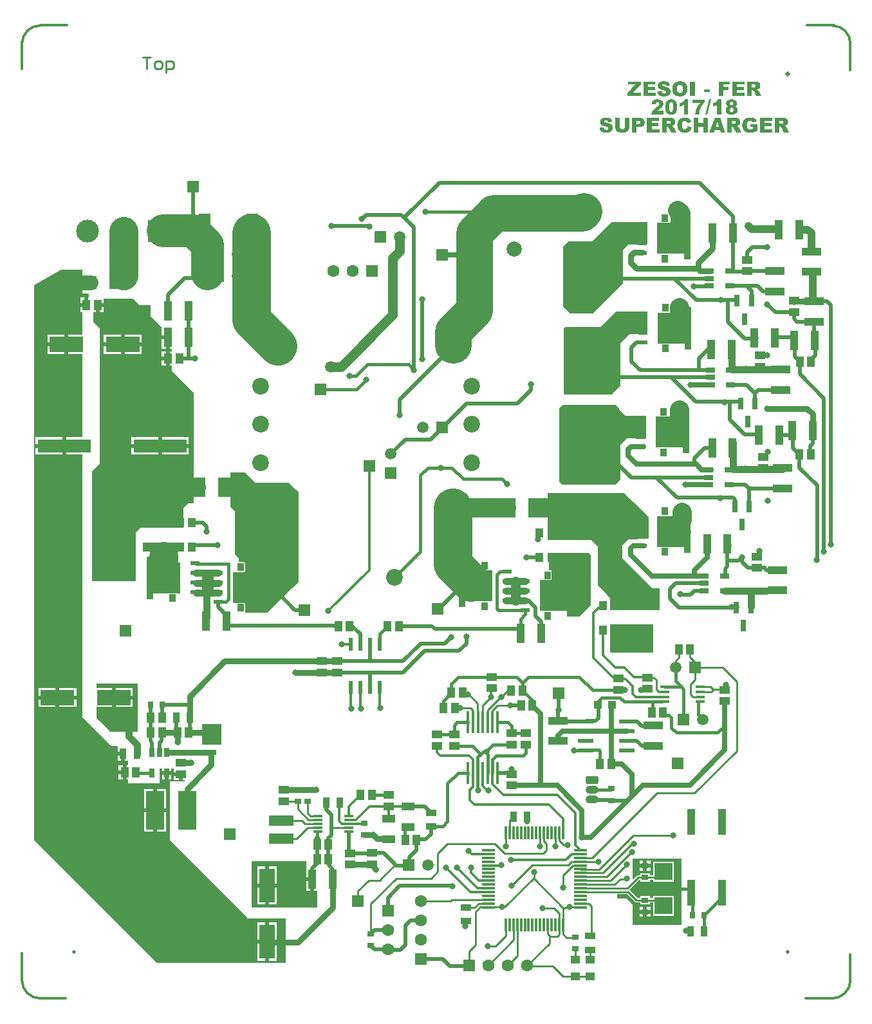
<source format=gtl>
G04 Layer_Physical_Order=1*
G04 Layer_Color=255*
%FSLAX25Y25*%
%MOIN*%
G70*
G01*
G75*
%ADD10C,0.01200*%
%ADD11R,0.03543X0.22047*%
%ADD12R,0.14291X0.15988*%
%ADD13R,0.04724X0.01969*%
%ADD14R,0.05000X0.03012*%
%ADD15R,0.10039X0.10630*%
%ADD16R,0.02559X0.04724*%
%ADD17R,0.04331X0.05512*%
%ADD18R,0.09449X0.20079*%
%ADD19R,0.17716X0.07874*%
%ADD20R,0.03543X0.05512*%
%ADD21R,0.03150X0.03740*%
%ADD22R,0.05512X0.04331*%
%ADD23R,0.03740X0.03150*%
%ADD24R,0.01400X0.11811*%
%ADD25C,0.01969*%
%ADD26P,0.02784X4X90.0*%
%ADD27R,0.04921X0.04331*%
%ADD28R,0.21654X0.05118*%
%ADD29R,0.03858X0.05118*%
%ADD30R,0.03937X0.03937*%
%ADD31R,0.03937X0.13780*%
%ADD32R,0.04331X0.10236*%
%ADD33R,0.06693X0.04331*%
%ADD34R,0.05512X0.03543*%
%ADD35R,0.10236X0.04331*%
%ADD36R,0.06299X0.14961*%
%ADD37R,0.09449X0.09055*%
%ADD38R,0.03150X0.06299*%
%ADD39R,0.12598X0.05512*%
%ADD40R,0.04724X0.02559*%
%ADD41R,0.04331X0.06693*%
%ADD42R,0.02165X0.07087*%
%ADD43R,0.07874X0.02362*%
%ADD44R,0.05118X0.01181*%
%ADD45R,0.01181X0.07087*%
%ADD46R,0.07087X0.01181*%
%ADD47R,0.27559X0.07087*%
%ADD48R,0.07874X0.17716*%
%ADD49R,0.05118X0.01575*%
%ADD50C,0.02000*%
%ADD51C,0.01500*%
%ADD52C,0.01000*%
%ADD53C,0.03000*%
%ADD54C,0.03500*%
%ADD55C,0.10000*%
%ADD56C,0.02500*%
%ADD57C,0.19000*%
%ADD58C,0.20000*%
%ADD59C,0.01969*%
%ADD60C,0.05000*%
%ADD61C,0.04000*%
%ADD62C,0.07500*%
%ADD63C,0.15000*%
%ADD64C,0.17000*%
%ADD65R,0.03189X0.04006*%
%ADD66R,0.03189X0.04006*%
%ADD67C,0.06299*%
%ADD68R,0.06299X0.06299*%
%ADD69R,0.06299X0.06299*%
G04:AMPARAMS|DCode=70|XSize=66.93mil|YSize=42.13mil|CornerRadius=10.53mil|HoleSize=0mil|Usage=FLASHONLY|Rotation=180.000|XOffset=0mil|YOffset=0mil|HoleType=Round|Shape=RoundedRectangle|*
%AMROUNDEDRECTD70*
21,1,0.06693,0.02106,0,0,180.0*
21,1,0.04587,0.04213,0,0,180.0*
1,1,0.02106,-0.02293,0.01053*
1,1,0.02106,0.02293,0.01053*
1,1,0.02106,0.02293,-0.01053*
1,1,0.02106,-0.02293,-0.01053*
%
%ADD70ROUNDEDRECTD70*%
%ADD71O,0.06693X0.04213*%
%ADD72C,0.08661*%
%ADD73C,0.11811*%
%ADD74R,0.11811X0.11811*%
%ADD75C,0.07874*%
%ADD76R,0.07874X0.07874*%
%ADD77R,0.07874X0.07874*%
%ADD78C,0.05906*%
%ADD79R,0.05906X0.05906*%
%ADD80R,0.05906X0.05906*%
%ADD81C,0.06299*%
%ADD82R,0.06299X0.06299*%
%ADD83C,0.03150*%
G36*
X326500Y439970D02*
X326485Y439955D01*
X326470Y439941D01*
X326427Y439897D01*
X326368Y439838D01*
X326222Y439692D01*
X326031Y439502D01*
X325812Y439267D01*
X325592Y438989D01*
X325373Y438696D01*
X325153Y438389D01*
Y438374D01*
X325124Y438345D01*
X325094Y438286D01*
X325050Y438213D01*
X324992Y438111D01*
X324919Y437994D01*
X324860Y437862D01*
X324772Y437715D01*
X324699Y437555D01*
X324611Y437379D01*
X324436Y436998D01*
X324274Y436559D01*
X324113Y436105D01*
Y436091D01*
X324099Y436061D01*
X324084Y436003D01*
X324070Y435929D01*
X324040Y435842D01*
X324011Y435724D01*
X323982Y435593D01*
X323952Y435446D01*
X323923Y435285D01*
X323894Y435110D01*
X323821Y434714D01*
X323762Y434275D01*
X323718Y433792D01*
X321610D01*
Y433807D01*
X321625Y433880D01*
X321639Y433968D01*
X321654Y434099D01*
X321683Y434261D01*
X321712Y434451D01*
X321756Y434656D01*
X321800Y434875D01*
X321859Y435124D01*
X321903Y435373D01*
X322049Y435885D01*
X322196Y436413D01*
X322386Y436910D01*
Y436925D01*
X322415Y436969D01*
X322445Y437042D01*
X322488Y437130D01*
X322547Y437247D01*
X322620Y437379D01*
X322708Y437540D01*
X322796Y437715D01*
X322913Y437921D01*
X323045Y438125D01*
X323338Y438579D01*
X323674Y439092D01*
X324084Y439619D01*
X320322D01*
Y441405D01*
X326500D01*
Y439970D01*
D02*
G37*
G36*
X317994Y433792D02*
X315857D01*
Y438857D01*
X315827Y438843D01*
X315769Y438799D01*
X315666Y438726D01*
X315534Y438623D01*
X315373Y438521D01*
X315212Y438418D01*
X314846Y438213D01*
X314832Y438199D01*
X314758Y438169D01*
X314656Y438125D01*
X314510Y438067D01*
X314334Y437994D01*
X314129Y437921D01*
X313895Y437847D01*
X313631Y437759D01*
Y439487D01*
X313646D01*
X313675Y439502D01*
X313734Y439516D01*
X313807Y439545D01*
X313895Y439575D01*
X313997Y439619D01*
X314246Y439721D01*
X314510Y439838D01*
X314788Y439970D01*
X315051Y440131D01*
X315300Y440307D01*
X315330Y440336D01*
X315403Y440395D01*
X315505Y440497D01*
X315637Y440644D01*
X315798Y440819D01*
X315944Y441039D01*
X316105Y441273D01*
X316237Y441537D01*
X317994D01*
Y433792D01*
D02*
G37*
G36*
X32776Y114026D02*
X28888Y114026D01*
X24360D01*
X18848Y114026D01*
X11516Y121358D01*
Y126854D01*
X19473D01*
Y131791D01*
Y136728D01*
X11516D01*
Y138976D01*
X32776D01*
Y114026D01*
D02*
G37*
G36*
X314041Y450921D02*
X314202Y450906D01*
X314392Y450877D01*
X314598Y450848D01*
X314817Y450804D01*
X315051Y450760D01*
X315286Y450687D01*
X315534Y450599D01*
X315769Y450511D01*
X316018Y450379D01*
X316237Y450247D01*
X316457Y450086D01*
X316662Y449911D01*
X316676Y449896D01*
X316706Y449867D01*
X316764Y449808D01*
X316823Y449720D01*
X316896Y449618D01*
X316984Y449486D01*
X317086Y449340D01*
X317189Y449164D01*
X317277Y448974D01*
X317379Y448754D01*
X317467Y448520D01*
X317540Y448271D01*
X317599Y447993D01*
X317657Y447700D01*
X317687Y447378D01*
X317701Y447041D01*
Y447027D01*
Y446983D01*
Y446909D01*
Y446822D01*
X317687Y446704D01*
X317672Y446573D01*
X317657Y446426D01*
X317643Y446265D01*
X317584Y445914D01*
X317511Y445548D01*
X317394Y445182D01*
X317247Y444845D01*
Y444831D01*
X317233Y444801D01*
X317203Y444757D01*
X317160Y444699D01*
X317057Y444552D01*
X316911Y444362D01*
X316735Y444157D01*
X316501Y443937D01*
X316252Y443718D01*
X315944Y443528D01*
X315930D01*
X315900Y443513D01*
X315857Y443484D01*
X315798Y443454D01*
X315710Y443425D01*
X315608Y443381D01*
X315491Y443337D01*
X315359Y443293D01*
X315212Y443249D01*
X315051Y443205D01*
X314700Y443132D01*
X314290Y443074D01*
X313836Y443059D01*
X313617D01*
X313514Y443074D01*
X313382Y443088D01*
X313236D01*
X313090Y443118D01*
X312753Y443162D01*
X312387Y443235D01*
X312035Y443337D01*
X311699Y443469D01*
X311684D01*
X311655Y443484D01*
X311611Y443513D01*
X311552Y443542D01*
X311406Y443645D01*
X311216Y443791D01*
X310996Y443967D01*
X310762Y444186D01*
X310528Y444450D01*
X310323Y444757D01*
Y444772D01*
X310308Y444801D01*
X310279Y444845D01*
X310249Y444918D01*
X310206Y445006D01*
X310162Y445109D01*
X310118Y445226D01*
X310074Y445372D01*
X310015Y445519D01*
X309971Y445694D01*
X309898Y446075D01*
X309840Y446499D01*
X309810Y446983D01*
Y446997D01*
Y447071D01*
Y447158D01*
X309825Y447290D01*
X309840Y447451D01*
X309869Y447627D01*
X309898Y447832D01*
X309942Y448051D01*
X309986Y448286D01*
X310059Y448520D01*
X310147Y448754D01*
X310249Y449003D01*
X310367Y449237D01*
X310498Y449471D01*
X310659Y449691D01*
X310835Y449896D01*
X310850Y449911D01*
X310879Y449940D01*
X310938Y449999D01*
X311025Y450057D01*
X311128Y450130D01*
X311260Y450218D01*
X311421Y450321D01*
X311582Y450423D01*
X311787Y450511D01*
X312006Y450613D01*
X312241Y450701D01*
X312504Y450774D01*
X312782Y450833D01*
X313075Y450891D01*
X313397Y450921D01*
X313734Y450935D01*
X313909D01*
X314041Y450921D01*
D02*
G37*
G36*
X335123Y433792D02*
X332985D01*
Y438857D01*
X332956Y438843D01*
X332897Y438799D01*
X332795Y438726D01*
X332663Y438623D01*
X332502Y438521D01*
X332341Y438418D01*
X331975Y438213D01*
X331961Y438199D01*
X331887Y438169D01*
X331785Y438125D01*
X331639Y438067D01*
X331463Y437994D01*
X331258Y437921D01*
X331024Y437847D01*
X330760Y437759D01*
Y439487D01*
X330775D01*
X330804Y439502D01*
X330862Y439516D01*
X330936Y439545D01*
X331024Y439575D01*
X331126Y439619D01*
X331375Y439721D01*
X331639Y439838D01*
X331917Y439970D01*
X332180Y440131D01*
X332429Y440307D01*
X332458Y440336D01*
X332531Y440395D01*
X332634Y440497D01*
X332766Y440644D01*
X332927Y440819D01*
X333073Y441039D01*
X333234Y441273D01*
X333366Y441537D01*
X335123D01*
Y433792D01*
D02*
G37*
G36*
X302373Y441522D02*
X302476D01*
X302724Y441507D01*
X303003Y441478D01*
X303295Y441419D01*
X303574Y441361D01*
X303822Y441273D01*
X303837D01*
X303852Y441258D01*
X303925Y441229D01*
X304042Y441171D01*
X304188Y441083D01*
X304335Y440980D01*
X304496Y440848D01*
X304657Y440687D01*
X304803Y440497D01*
X304818Y440468D01*
X304862Y440409D01*
X304920Y440292D01*
X304994Y440146D01*
X305052Y439970D01*
X305111Y439780D01*
X305155Y439545D01*
X305169Y439311D01*
Y439297D01*
Y439282D01*
Y439194D01*
X305155Y439062D01*
X305125Y438887D01*
X305067Y438682D01*
X304994Y438462D01*
X304891Y438228D01*
X304759Y437979D01*
X304745Y437950D01*
X304686Y437877D01*
X304569Y437745D01*
X304423Y437569D01*
X304218Y437364D01*
X303954Y437130D01*
X303808Y436998D01*
X303647Y436866D01*
X303456Y436735D01*
X303266Y436588D01*
X303237Y436574D01*
X303164Y436515D01*
X303061Y436442D01*
X302929Y436354D01*
X302637Y436149D01*
X302519Y436047D01*
X302417Y435973D01*
X302402Y435959D01*
X302373Y435944D01*
X302329Y435900D01*
X302271Y435856D01*
X302110Y435710D01*
X301905Y435520D01*
X305228D01*
Y433792D01*
X298874D01*
Y433807D01*
Y433836D01*
X298889Y433880D01*
X298903Y433953D01*
X298918Y434041D01*
X298933Y434129D01*
X298991Y434363D01*
X299079Y434626D01*
X299196Y434934D01*
X299343Y435241D01*
X299533Y435549D01*
Y435563D01*
X299562Y435593D01*
X299591Y435637D01*
X299650Y435695D01*
X299709Y435783D01*
X299782Y435871D01*
X299884Y435988D01*
X300001Y436105D01*
X300133Y436251D01*
X300280Y436398D01*
X300455Y436559D01*
X300646Y436735D01*
X300851Y436910D01*
X301070Y437101D01*
X301319Y437306D01*
X301597Y437511D01*
X301612Y437525D01*
X301641Y437540D01*
X301685Y437584D01*
X301744Y437628D01*
X301905Y437745D01*
X302095Y437906D01*
X302300Y438067D01*
X302505Y438243D01*
X302666Y438404D01*
X302739Y438477D01*
X302798Y438550D01*
X302812Y438565D01*
X302842Y438609D01*
X302886Y438682D01*
X302929Y438770D01*
X302973Y438872D01*
X303017Y438989D01*
X303046Y439121D01*
X303061Y439238D01*
Y439253D01*
Y439297D01*
X303046Y439370D01*
X303032Y439443D01*
X303003Y439545D01*
X302944Y439633D01*
X302886Y439736D01*
X302798Y439838D01*
X302783Y439853D01*
X302754Y439882D01*
X302695Y439912D01*
X302622Y439970D01*
X302534Y440014D01*
X302417Y440043D01*
X302300Y440073D01*
X302153Y440087D01*
X302080D01*
X302007Y440073D01*
X301919Y440058D01*
X301817Y440029D01*
X301700Y439970D01*
X301597Y439912D01*
X301495Y439824D01*
X301480Y439809D01*
X301451Y439780D01*
X301407Y439707D01*
X301363Y439619D01*
X301304Y439502D01*
X301246Y439341D01*
X301202Y439150D01*
X301158Y438931D01*
X299035Y439092D01*
Y439106D01*
Y439136D01*
X299050Y439180D01*
X299064Y439238D01*
X299094Y439399D01*
X299138Y439604D01*
X299196Y439824D01*
X299269Y440058D01*
X299357Y440277D01*
X299474Y440483D01*
X299489Y440512D01*
X299533Y440570D01*
X299606Y440658D01*
X299723Y440775D01*
X299855Y440892D01*
X300016Y441024D01*
X300206Y441156D01*
X300411Y441258D01*
X300441Y441273D01*
X300529Y441302D01*
X300660Y441346D01*
X300851Y441405D01*
X301099Y441449D01*
X301378Y441493D01*
X301714Y441522D01*
X302095Y441537D01*
X302285D01*
X302373Y441522D01*
D02*
G37*
G36*
X299798Y168287D02*
Y154952D01*
X299555Y154852D01*
X277671D01*
Y168530D01*
Y169563D01*
X299798D01*
Y168287D01*
D02*
G37*
G36*
X267175Y206053D02*
X267598Y205630D01*
Y179724D01*
X261614Y173740D01*
X255276D01*
Y176496D01*
X254842Y176929D01*
X242795D01*
X242598Y177011D01*
X242559Y190315D01*
X244732Y192488D01*
X246727D01*
X247186Y192679D01*
X247376Y193138D01*
Y197144D01*
X247186Y197603D01*
X246727Y197793D01*
X245748D01*
Y205630D01*
Y206496D01*
X247795D01*
X266732Y206496D01*
X267175Y206053D01*
D02*
G37*
G36*
X309532Y441522D02*
X309708Y441507D01*
X309913Y441493D01*
X310118Y441463D01*
X310337Y441405D01*
X310528Y441346D01*
X310557Y441332D01*
X310615Y441317D01*
X310703Y441273D01*
X310820Y441215D01*
X311084Y441053D01*
X311216Y440966D01*
X311333Y440848D01*
X311347Y440834D01*
X311391Y440790D01*
X311435Y440731D01*
X311508Y440658D01*
X311582Y440556D01*
X311669Y440453D01*
X311816Y440204D01*
X311830Y440190D01*
X311845Y440146D01*
X311889Y440073D01*
X311918Y439985D01*
X311977Y439868D01*
X312021Y439736D01*
X312065Y439589D01*
X312109Y439428D01*
Y439414D01*
X312123Y439385D01*
Y439341D01*
X312138Y439282D01*
X312167Y439209D01*
X312182Y439106D01*
X312226Y438887D01*
X312255Y438623D01*
X312299Y438316D01*
X312314Y437994D01*
X312328Y437642D01*
Y437613D01*
Y437555D01*
Y437452D01*
X312314Y437306D01*
Y437130D01*
X312299Y436940D01*
X312270Y436720D01*
X312241Y436486D01*
X312153Y436003D01*
X312035Y435490D01*
X311948Y435256D01*
X311860Y435022D01*
X311743Y434802D01*
X311626Y434612D01*
X311611Y434597D01*
X311596Y434568D01*
X311552Y434524D01*
X311494Y434465D01*
X311406Y434392D01*
X311318Y434304D01*
X311201Y434231D01*
X311055Y434143D01*
X310908Y434041D01*
X310733Y433968D01*
X310528Y433880D01*
X310308Y433807D01*
X310074Y433748D01*
X309810Y433704D01*
X309517Y433675D01*
X309210Y433660D01*
X309049D01*
X308976Y433675D01*
X308873D01*
X308654Y433704D01*
X308419Y433733D01*
X308156Y433777D01*
X307892Y433851D01*
X307658Y433953D01*
X307629Y433968D01*
X307556Y434012D01*
X307453Y434085D01*
X307321Y434187D01*
X307160Y434304D01*
X306999Y434465D01*
X306838Y434656D01*
X306692Y434861D01*
X306677Y434875D01*
X306648Y434934D01*
X306589Y435036D01*
X306531Y435168D01*
X306472Y435329D01*
X306399Y435520D01*
X306326Y435754D01*
X306267Y436003D01*
Y436017D01*
Y436032D01*
X306253Y436076D01*
X306238Y436134D01*
X306223Y436281D01*
X306194Y436486D01*
X306165Y436720D01*
X306150Y436998D01*
X306121Y437306D01*
Y437628D01*
Y437657D01*
Y437730D01*
Y437833D01*
X306136Y437979D01*
X306150Y438155D01*
X306165Y438360D01*
X306179Y438579D01*
X306223Y438813D01*
X306311Y439326D01*
X306443Y439824D01*
X306531Y440058D01*
X306648Y440277D01*
X306765Y440483D01*
X306897Y440658D01*
X306911Y440673D01*
X306941Y440702D01*
X306985Y440746D01*
X307043Y440790D01*
X307131Y440863D01*
X307234Y440936D01*
X307351Y441010D01*
X307483Y441097D01*
X307644Y441185D01*
X307819Y441258D01*
X308010Y441332D01*
X308229Y441405D01*
X308463Y441449D01*
X308712Y441493D01*
X308976Y441522D01*
X309268Y441537D01*
X309400D01*
X309532Y441522D01*
D02*
G37*
G36*
X340642D02*
X340774D01*
X340920Y441507D01*
X341081Y441493D01*
X341242Y441463D01*
X341608Y441390D01*
X341989Y441288D01*
X342340Y441141D01*
X342501Y441053D01*
X342648Y440951D01*
X342662D01*
X342677Y440922D01*
X342765Y440848D01*
X342882Y440717D01*
X343014Y440556D01*
X343145Y440336D01*
X343263Y440087D01*
X343351Y439809D01*
X343365Y439648D01*
X343380Y439487D01*
Y439458D01*
Y439399D01*
X343365Y439297D01*
X343351Y439180D01*
X343306Y439033D01*
X343263Y438857D01*
X343189Y438696D01*
X343087Y438521D01*
X343072Y438506D01*
X343043Y438462D01*
X342999Y438404D01*
X342926Y438316D01*
X342823Y438228D01*
X342706Y438111D01*
X342560Y437994D01*
X342399Y437877D01*
X342428Y437862D01*
X342501Y437818D01*
X342604Y437759D01*
X342750Y437672D01*
X342897Y437555D01*
X343043Y437423D01*
X343189Y437262D01*
X343321Y437086D01*
X343336Y437071D01*
X343365Y436998D01*
X343424Y436896D01*
X343482Y436779D01*
X343526Y436618D01*
X343585Y436427D01*
X343614Y436237D01*
X343629Y436017D01*
Y435988D01*
Y435915D01*
X343614Y435812D01*
X343599Y435666D01*
X343570Y435505D01*
X343512Y435329D01*
X343453Y435139D01*
X343365Y434949D01*
X343351Y434934D01*
X343321Y434861D01*
X343263Y434773D01*
X343189Y434670D01*
X343087Y434539D01*
X342985Y434407D01*
X342853Y434290D01*
X342721Y434173D01*
X342706Y434158D01*
X342648Y434129D01*
X342575Y434085D01*
X342457Y434026D01*
X342326Y433968D01*
X342165Y433894D01*
X341974Y433836D01*
X341769Y433792D01*
X341740D01*
X341667Y433777D01*
X341550Y433748D01*
X341403Y433733D01*
X341228Y433704D01*
X341023Y433675D01*
X340789Y433660D01*
X340364D01*
X340261Y433675D01*
X340144D01*
X339881Y433689D01*
X339573Y433733D01*
X339266Y433777D01*
X338973Y433851D01*
X338710Y433938D01*
X338680Y433953D01*
X338607Y433997D01*
X338490Y434056D01*
X338358Y434158D01*
X338197Y434275D01*
X338036Y434421D01*
X337875Y434597D01*
X337743Y434788D01*
X337729Y434817D01*
X337699Y434890D01*
X337641Y435007D01*
X337582Y435153D01*
X337524Y435329D01*
X337465Y435549D01*
X337436Y435783D01*
X337421Y436032D01*
Y436047D01*
Y436061D01*
Y436149D01*
X337436Y436266D01*
X337465Y436427D01*
X337494Y436603D01*
X337553Y436793D01*
X337626Y436983D01*
X337729Y437159D01*
X337743Y437174D01*
X337787Y437232D01*
X337860Y437320D01*
X337963Y437423D01*
X338095Y437540D01*
X338256Y437657D01*
X338461Y437774D01*
X338680Y437877D01*
X338666Y437891D01*
X338593Y437921D01*
X338505Y437979D01*
X338402Y438052D01*
X338285Y438140D01*
X338168Y438243D01*
X338051Y438360D01*
X337963Y438477D01*
X337948Y438491D01*
X337919Y438550D01*
X337860Y438653D01*
X337817Y438770D01*
X337758Y438916D01*
X337699Y439092D01*
X337670Y439297D01*
X337655Y439502D01*
Y439516D01*
Y439545D01*
Y439589D01*
X337670Y439663D01*
X337685Y439736D01*
X337699Y439838D01*
X337773Y440058D01*
X337875Y440307D01*
X337948Y440439D01*
X338036Y440570D01*
X338139Y440702D01*
X338256Y440819D01*
X338387Y440951D01*
X338548Y441068D01*
X338563D01*
X338578Y441083D01*
X338622Y441112D01*
X338680Y441141D01*
X338739Y441171D01*
X338827Y441215D01*
X339032Y441302D01*
X339295Y441390D01*
X339617Y441463D01*
X339983Y441522D01*
X340393Y441537D01*
X340540D01*
X340642Y441522D01*
D02*
G37*
G36*
X327993Y433660D02*
X326939D01*
X328857Y441537D01*
X329926D01*
X327993Y433660D01*
D02*
G37*
G36*
X314469Y14096D02*
X289272D01*
Y24606D01*
X286221Y27559D01*
X281398D01*
Y29882D01*
X286602D01*
X290506Y25979D01*
X290506Y25979D01*
X290870Y25736D01*
X291299Y25650D01*
X291299Y25650D01*
X293199D01*
Y24597D01*
X298139D01*
Y25650D01*
X299794D01*
Y18691D01*
X310442D01*
Y28946D01*
X299794D01*
Y27893D01*
X298139D01*
Y28946D01*
X293199D01*
Y27893D01*
X291764D01*
X287860Y31797D01*
X287803Y31835D01*
X287800Y31838D01*
X287748Y32461D01*
X292699Y37412D01*
X293199Y37343D01*
Y36408D01*
X298139D01*
Y37461D01*
X299794D01*
Y36408D01*
X310442D01*
Y46663D01*
X299794D01*
Y39704D01*
X298139D01*
Y40758D01*
X293199D01*
Y39704D01*
X292284D01*
X292283Y39704D01*
X291854Y39619D01*
X291490Y39376D01*
X289674Y37559D01*
X289272Y37864D01*
X289272Y48327D01*
X314469D01*
Y14096D01*
D02*
G37*
G36*
X329179Y445153D02*
X326104D01*
Y446792D01*
X329179D01*
Y445153D01*
D02*
G37*
G36*
X305770Y450921D02*
X305901D01*
X306033Y450906D01*
X306194Y450891D01*
X306355Y450862D01*
X306707Y450804D01*
X307087Y450701D01*
X307438Y450569D01*
X307600Y450482D01*
X307746Y450379D01*
X307761D01*
X307775Y450350D01*
X307863Y450277D01*
X307995Y450145D01*
X308156Y449955D01*
X308317Y449720D01*
X308463Y449428D01*
X308537Y449252D01*
X308580Y449061D01*
X308639Y448871D01*
X308668Y448652D01*
X306458Y448534D01*
Y448564D01*
X306443Y448622D01*
X306414Y448710D01*
X306384Y448827D01*
X306326Y448944D01*
X306267Y449061D01*
X306179Y449179D01*
X306077Y449281D01*
X306062Y449296D01*
X306033Y449325D01*
X305960Y449354D01*
X305872Y449398D01*
X305770Y449442D01*
X305638Y449486D01*
X305477Y449501D01*
X305301Y449515D01*
X305242D01*
X305169Y449501D01*
X305082D01*
X304876Y449442D01*
X304789Y449398D01*
X304701Y449340D01*
X304686Y449325D01*
X304672Y449310D01*
X304598Y449223D01*
X304525Y449091D01*
X304510Y449003D01*
X304496Y448915D01*
Y448901D01*
Y448886D01*
X304510Y448798D01*
X304569Y448696D01*
X304598Y448637D01*
X304657Y448578D01*
X304672D01*
X304686Y448549D01*
X304745Y448520D01*
X304818Y448491D01*
X304920Y448447D01*
X305052Y448403D01*
X305228Y448344D01*
X305433Y448300D01*
X305448D01*
X305506Y448286D01*
X305579Y448271D01*
X305682Y448242D01*
X305814Y448212D01*
X305960Y448183D01*
X306121Y448139D01*
X306282Y448095D01*
X306648Y447993D01*
X307014Y447876D01*
X307351Y447759D01*
X307497Y447685D01*
X307629Y447627D01*
X307644D01*
X307658Y447612D01*
X307746Y447568D01*
X307863Y447495D01*
X308010Y447393D01*
X308171Y447275D01*
X308332Y447129D01*
X308478Y446968D01*
X308610Y446778D01*
X308624Y446748D01*
X308654Y446690D01*
X308712Y446587D01*
X308771Y446456D01*
X308815Y446295D01*
X308873Y446104D01*
X308903Y445885D01*
X308917Y445665D01*
Y445650D01*
Y445636D01*
Y445592D01*
Y445548D01*
X308903Y445401D01*
X308873Y445226D01*
X308815Y445006D01*
X308741Y444787D01*
X308639Y444538D01*
X308507Y444304D01*
X308493Y444274D01*
X308434Y444201D01*
X308346Y444099D01*
X308214Y443952D01*
X308053Y443806D01*
X307849Y443645D01*
X307629Y443498D01*
X307365Y443367D01*
X307351D01*
X307336Y443352D01*
X307292Y443337D01*
X307234Y443323D01*
X307160Y443293D01*
X307087Y443264D01*
X306868Y443220D01*
X306604Y443162D01*
X306297Y443103D01*
X305945Y443074D01*
X305550Y443059D01*
X305374D01*
X305242Y443074D01*
X305082Y443088D01*
X304906Y443103D01*
X304701Y443118D01*
X304496Y443147D01*
X304042Y443235D01*
X303603Y443367D01*
X303398Y443454D01*
X303208Y443557D01*
X303017Y443659D01*
X302871Y443791D01*
X302856Y443806D01*
X302842Y443820D01*
X302798Y443864D01*
X302754Y443923D01*
X302695Y443996D01*
X302637Y444084D01*
X302490Y444304D01*
X302344Y444582D01*
X302197Y444904D01*
X302095Y445284D01*
X302066Y445489D01*
X302036Y445694D01*
X304276Y445841D01*
Y445811D01*
X304291Y445753D01*
X304306Y445650D01*
X304335Y445533D01*
X304423Y445255D01*
X304496Y445123D01*
X304569Y445006D01*
X304584Y444992D01*
X304642Y444933D01*
X304715Y444860D01*
X304833Y444787D01*
X304979Y444699D01*
X305155Y444626D01*
X305360Y444567D01*
X305594Y444552D01*
X305682D01*
X305770Y444567D01*
X305872Y444582D01*
X306004Y444611D01*
X306121Y444655D01*
X306253Y444713D01*
X306355Y444787D01*
X306370Y444801D01*
X306399Y444831D01*
X306443Y444874D01*
X306502Y444948D01*
X306589Y445109D01*
X306619Y445211D01*
X306633Y445328D01*
Y445343D01*
Y445372D01*
X306619Y445431D01*
X306604Y445504D01*
X306575Y445592D01*
X306516Y445680D01*
X306458Y445767D01*
X306370Y445855D01*
X306355Y445870D01*
X306311Y445899D01*
X306238Y445943D01*
X306121Y446002D01*
X305960Y446060D01*
X305755Y446134D01*
X305491Y446221D01*
X305330Y446251D01*
X305169Y446295D01*
X305155D01*
X305096Y446309D01*
X305023Y446339D01*
X304920Y446353D01*
X304789Y446397D01*
X304642Y446441D01*
X304496Y446485D01*
X304320Y446543D01*
X303954Y446675D01*
X303588Y446836D01*
X303252Y447027D01*
X303105Y447129D01*
X302973Y447231D01*
X302944Y447261D01*
X302871Y447334D01*
X302768Y447466D01*
X302651Y447627D01*
X302519Y447846D01*
X302417Y448095D01*
X302344Y448373D01*
X302329Y448534D01*
X302314Y448696D01*
Y448725D01*
Y448798D01*
X302329Y448915D01*
X302358Y449061D01*
X302402Y449223D01*
X302461Y449413D01*
X302534Y449603D01*
X302651Y449808D01*
X302666Y449837D01*
X302710Y449896D01*
X302798Y449984D01*
X302900Y450116D01*
X303046Y450247D01*
X303222Y450379D01*
X303427Y450511D01*
X303661Y450628D01*
X303676D01*
X303691Y450643D01*
X303735Y450657D01*
X303793Y450672D01*
X303852Y450701D01*
X303940Y450731D01*
X304159Y450789D01*
X304423Y450833D01*
X304745Y450891D01*
X305111Y450921D01*
X305535Y450935D01*
X305682D01*
X305770Y450921D01*
D02*
G37*
G36*
X120177Y43815D02*
X120161D01*
Y38697D01*
X123327D01*
Y37697D01*
X124327D01*
Y31579D01*
X125984D01*
Y22933D01*
X91929D01*
Y33071D01*
Y46850D01*
X120177D01*
Y43815D01*
D02*
G37*
G36*
X4232Y347539D02*
Y340945D01*
X7677D01*
Y338894D01*
X7299D01*
Y335138D01*
X6299D01*
Y334138D01*
X3134D01*
Y331382D01*
X4232D01*
Y319504D01*
X-2976D01*
Y314567D01*
Y309630D01*
X4232D01*
Y266630D01*
X-4157D01*
Y262087D01*
Y257543D01*
X4232D01*
Y194390D01*
Y121752D01*
X19390Y106595D01*
X22197D01*
X22622Y106095D01*
Y103657D01*
X25394D01*
Y102657D01*
X26394D01*
Y98902D01*
X27854D01*
Y96768D01*
X27083D01*
Y93012D01*
Y89256D01*
X27854D01*
Y87402D01*
X44291D01*
Y93799D01*
Y94833D01*
X45555D01*
Y93815D01*
X50114D01*
Y94833D01*
X51461D01*
Y93028D01*
X55216D01*
Y92028D01*
X56217D01*
Y88862D01*
X57284D01*
Y88189D01*
X49508D01*
Y67028D01*
Y57973D01*
X90010Y17470D01*
X109449D01*
Y-5709D01*
X42913D01*
X-20768Y57973D01*
Y345374D01*
X-6713Y353366D01*
X4232D01*
Y347539D01*
D02*
G37*
G36*
X352822Y450789D02*
X353057Y450774D01*
X353320Y450760D01*
X353598Y450731D01*
X353862Y450672D01*
X354096Y450613D01*
X354125Y450599D01*
X354199Y450569D01*
X354301Y450526D01*
X354433Y450452D01*
X354579Y450364D01*
X354740Y450233D01*
X354887Y450086D01*
X355033Y449911D01*
X355048Y449881D01*
X355092Y449823D01*
X355150Y449720D01*
X355223Y449574D01*
X355282Y449398D01*
X355341Y449179D01*
X355384Y448944D01*
X355399Y448681D01*
Y448652D01*
Y448578D01*
X355384Y448461D01*
X355370Y448315D01*
X355326Y448139D01*
X355282Y447949D01*
X355209Y447759D01*
X355121Y447583D01*
X355106Y447568D01*
X355077Y447510D01*
X355004Y447422D01*
X354931Y447319D01*
X354814Y447202D01*
X354696Y447071D01*
X354535Y446953D01*
X354374Y446836D01*
X354360D01*
X354316Y446807D01*
X354243Y446778D01*
X354155Y446734D01*
X354038Y446690D01*
X353891Y446646D01*
X353730Y446587D01*
X353540Y446543D01*
X353555D01*
X353613Y446514D01*
X353686Y446485D01*
X353774Y446456D01*
X353979Y446368D01*
X354067Y446309D01*
X354155Y446265D01*
X354184Y446251D01*
X354257Y446177D01*
X354301Y446119D01*
X354360Y446046D01*
X354433Y445958D01*
X354521Y445855D01*
X354535Y445841D01*
X354565Y445811D01*
X354609Y445753D01*
X354653Y445680D01*
X354770Y445533D01*
X354814Y445460D01*
X354857Y445387D01*
X356014Y443191D01*
X353350D01*
X352076Y445504D01*
X352061Y445519D01*
X352032Y445577D01*
X351988Y445650D01*
X351929Y445753D01*
X351798Y445943D01*
X351725Y446031D01*
X351651Y446090D01*
X351637Y446104D01*
X351607Y446119D01*
X351549Y446148D01*
X351490Y446192D01*
X351402Y446221D01*
X351300Y446251D01*
X351198Y446265D01*
X351080Y446280D01*
X350875D01*
Y443191D01*
X348518D01*
Y450804D01*
X352705D01*
X352822Y450789D01*
D02*
G37*
G36*
X301056Y449179D02*
X297117D01*
Y447963D01*
X300777D01*
Y446412D01*
X297117D01*
Y444918D01*
X301173D01*
Y443191D01*
X294760D01*
Y450804D01*
X301056D01*
Y449179D01*
D02*
G37*
G36*
X293545Y449281D02*
X289270Y444831D01*
X293706D01*
Y443191D01*
X286489D01*
Y444772D01*
X290705Y449179D01*
X286899D01*
Y450804D01*
X293545D01*
Y449281D01*
D02*
G37*
G36*
X321420Y443191D02*
X319063D01*
Y450804D01*
X321420D01*
Y443191D01*
D02*
G37*
G36*
X347113Y449179D02*
X343175D01*
Y447963D01*
X346835D01*
Y446412D01*
X343175D01*
Y444918D01*
X347230D01*
Y443191D01*
X340818D01*
Y450804D01*
X347113D01*
Y449179D01*
D02*
G37*
G36*
X339559Y449164D02*
X336104D01*
Y447832D01*
X339061D01*
Y446295D01*
X336104D01*
Y443191D01*
X333747D01*
Y450804D01*
X339559D01*
Y449164D01*
D02*
G37*
G36*
X93799Y243012D02*
X111319Y243012D01*
X114911Y239419D01*
X116142Y238189D01*
Y191634D01*
X113287Y188779D01*
X100049Y175541D01*
X88710D01*
X88411Y176041D01*
X88498Y176252D01*
Y180258D01*
X88308Y180717D01*
X87849Y180907D01*
X85138D01*
Y184350D01*
Y195669D01*
Y196602D01*
X87849D01*
X88308Y196793D01*
X88498Y197252D01*
Y201258D01*
X88308Y201717D01*
X87849Y201907D01*
X85138D01*
Y203839D01*
X83366Y206102D01*
Y228150D01*
X81004Y230512D01*
Y248327D01*
X88484D01*
X93799Y243012D01*
D02*
G37*
G36*
X296969Y377992D02*
Y366890D01*
X296654Y366181D01*
X286910D01*
X285709Y364980D01*
X284331Y363602D01*
X284331Y346339D01*
X268504Y330512D01*
X257008D01*
X253071Y334449D01*
Y365079D01*
X255866Y367874D01*
X264843D01*
X268071Y367874D01*
X278228Y378031D01*
X296929D01*
X296969Y377992D01*
D02*
G37*
G36*
X287491Y427467D02*
Y427438D01*
Y427350D01*
X287477Y427219D01*
X287462Y427058D01*
X287433Y426867D01*
X287404Y426648D01*
X287345Y426428D01*
X287272Y426194D01*
X287257Y426165D01*
X287228Y426091D01*
X287184Y425974D01*
X287111Y425843D01*
X287023Y425667D01*
X286906Y425491D01*
X286774Y425315D01*
X286613Y425140D01*
X286598Y425125D01*
X286540Y425067D01*
X286437Y424993D01*
X286320Y424891D01*
X286189Y424788D01*
X286028Y424686D01*
X285852Y424583D01*
X285676Y424510D01*
X285662D01*
X285647Y424496D01*
X285603Y424481D01*
X285559Y424466D01*
X285413Y424437D01*
X285208Y424393D01*
X284974Y424335D01*
X284695Y424305D01*
X284373Y424276D01*
X284022Y424261D01*
X283817D01*
X283670Y424276D01*
X283495D01*
X283290Y424291D01*
X283056Y424305D01*
X282821Y424335D01*
X282792D01*
X282719Y424349D01*
X282587Y424364D01*
X282441Y424408D01*
X282265Y424437D01*
X282075Y424496D01*
X281899Y424569D01*
X281723Y424642D01*
X281709Y424657D01*
X281650Y424686D01*
X281562Y424745D01*
X281460Y424818D01*
X281328Y424905D01*
X281196Y425023D01*
X281065Y425154D01*
X280918Y425301D01*
X280904Y425315D01*
X280860Y425374D01*
X280801Y425462D01*
X280713Y425564D01*
X280640Y425696D01*
X280552Y425857D01*
X280464Y426018D01*
X280406Y426179D01*
Y426194D01*
X280391Y426208D01*
X280377Y426296D01*
X280347Y426443D01*
X280303Y426604D01*
X280259Y426809D01*
X280230Y427028D01*
X280216Y427248D01*
X280201Y427467D01*
Y432006D01*
X282543D01*
Y427350D01*
Y427321D01*
Y427248D01*
X282558Y427131D01*
X282587Y426999D01*
X282631Y426838D01*
X282690Y426677D01*
X282763Y426516D01*
X282880Y426369D01*
X282895Y426355D01*
X282939Y426311D01*
X283026Y426267D01*
X283129Y426208D01*
X283275Y426135D01*
X283436Y426091D01*
X283627Y426047D01*
X283846Y426033D01*
X283949D01*
X284051Y426047D01*
X284197Y426077D01*
X284344Y426121D01*
X284505Y426179D01*
X284651Y426252D01*
X284798Y426369D01*
X284812Y426384D01*
X284856Y426428D01*
X284915Y426516D01*
X284974Y426618D01*
X285032Y426765D01*
X285091Y426926D01*
X285135Y427131D01*
X285149Y427350D01*
Y432006D01*
X287491D01*
Y427467D01*
D02*
G37*
G36*
X293128Y431991D02*
X293245D01*
X293362Y431977D01*
X293640Y431933D01*
X293962Y431859D01*
X294270Y431742D01*
X294577Y431596D01*
X294709Y431494D01*
X294841Y431391D01*
X294855D01*
X294870Y431362D01*
X294943Y431274D01*
X295046Y431142D01*
X295163Y430952D01*
X295280Y430703D01*
X295382Y430410D01*
X295456Y430059D01*
X295485Y429869D01*
Y429664D01*
Y429649D01*
Y429620D01*
Y429546D01*
X295470Y429473D01*
Y429371D01*
X295456Y429268D01*
X295397Y429005D01*
X295309Y428712D01*
X295192Y428419D01*
X295017Y428126D01*
X294899Y427995D01*
X294782Y427863D01*
X294768D01*
X294753Y427834D01*
X294709Y427804D01*
X294651Y427760D01*
X294577Y427716D01*
X294489Y427658D01*
X294387Y427599D01*
X294255Y427541D01*
X294124Y427482D01*
X293962Y427424D01*
X293787Y427365D01*
X293596Y427321D01*
X293391Y427277D01*
X293172Y427248D01*
X292938Y427233D01*
X292674Y427219D01*
X291386D01*
Y424393D01*
X289029D01*
Y432006D01*
X293040D01*
X293128Y431991D01*
D02*
G37*
G36*
X303010Y430381D02*
X299072D01*
Y429166D01*
X302732D01*
Y427614D01*
X299072D01*
Y426121D01*
X303127D01*
Y424393D01*
X296715D01*
Y432006D01*
X303010D01*
Y430381D01*
D02*
G37*
G36*
X367192Y431991D02*
X367426Y431977D01*
X367689Y431962D01*
X367968Y431933D01*
X368231Y431874D01*
X368465Y431816D01*
X368495Y431801D01*
X368568Y431772D01*
X368670Y431728D01*
X368802Y431655D01*
X368949Y431567D01*
X369110Y431435D01*
X369256Y431289D01*
X369402Y431113D01*
X369417Y431084D01*
X369461Y431025D01*
X369519Y430923D01*
X369593Y430776D01*
X369651Y430601D01*
X369710Y430381D01*
X369754Y430147D01*
X369768Y429883D01*
Y429854D01*
Y429781D01*
X369754Y429664D01*
X369739Y429517D01*
X369695Y429341D01*
X369651Y429151D01*
X369578Y428961D01*
X369490Y428785D01*
X369476Y428770D01*
X369446Y428712D01*
X369373Y428624D01*
X369300Y428522D01*
X369183Y428405D01*
X369066Y428273D01*
X368905Y428156D01*
X368743Y428039D01*
X368729D01*
X368685Y428009D01*
X368612Y427980D01*
X368524Y427936D01*
X368407Y427892D01*
X368260Y427848D01*
X368099Y427790D01*
X367909Y427746D01*
X367924D01*
X367982Y427716D01*
X368056Y427687D01*
X368143Y427658D01*
X368348Y427570D01*
X368436Y427511D01*
X368524Y427467D01*
X368553Y427453D01*
X368626Y427380D01*
X368670Y427321D01*
X368729Y427248D01*
X368802Y427160D01*
X368890Y427058D01*
X368905Y427043D01*
X368934Y427014D01*
X368978Y426955D01*
X369022Y426882D01*
X369139Y426735D01*
X369183Y426662D01*
X369227Y426589D01*
X370383Y424393D01*
X367719D01*
X366445Y426706D01*
X366430Y426721D01*
X366401Y426779D01*
X366357Y426853D01*
X366299Y426955D01*
X366167Y427145D01*
X366094Y427233D01*
X366020Y427292D01*
X366006Y427307D01*
X365977Y427321D01*
X365918Y427350D01*
X365860Y427394D01*
X365772Y427424D01*
X365669Y427453D01*
X365567Y427467D01*
X365450Y427482D01*
X365245D01*
Y424393D01*
X362888D01*
Y432006D01*
X367075D01*
X367192Y431991D01*
D02*
G37*
G36*
X308719D02*
X308954Y431977D01*
X309217Y431962D01*
X309495Y431933D01*
X309759Y431874D01*
X309993Y431816D01*
X310022Y431801D01*
X310096Y431772D01*
X310198Y431728D01*
X310330Y431655D01*
X310476Y431567D01*
X310637Y431435D01*
X310784Y431289D01*
X310930Y431113D01*
X310945Y431084D01*
X310989Y431025D01*
X311047Y430923D01*
X311121Y430776D01*
X311179Y430601D01*
X311238Y430381D01*
X311281Y430147D01*
X311296Y429883D01*
Y429854D01*
Y429781D01*
X311281Y429664D01*
X311267Y429517D01*
X311223Y429341D01*
X311179Y429151D01*
X311106Y428961D01*
X311018Y428785D01*
X311003Y428770D01*
X310974Y428712D01*
X310901Y428624D01*
X310828Y428522D01*
X310711Y428405D01*
X310593Y428273D01*
X310432Y428156D01*
X310271Y428039D01*
X310257D01*
X310213Y428009D01*
X310140Y427980D01*
X310052Y427936D01*
X309935Y427892D01*
X309788Y427848D01*
X309627Y427790D01*
X309437Y427746D01*
X309452D01*
X309510Y427716D01*
X309583Y427687D01*
X309671Y427658D01*
X309876Y427570D01*
X309964Y427511D01*
X310052Y427467D01*
X310081Y427453D01*
X310154Y427380D01*
X310198Y427321D01*
X310257Y427248D01*
X310330Y427160D01*
X310418Y427058D01*
X310432Y427043D01*
X310462Y427014D01*
X310506Y426955D01*
X310549Y426882D01*
X310667Y426735D01*
X310711Y426662D01*
X310754Y426589D01*
X311911Y424393D01*
X309247D01*
X307973Y426706D01*
X307958Y426721D01*
X307929Y426779D01*
X307885Y426853D01*
X307826Y426955D01*
X307695Y427145D01*
X307622Y427233D01*
X307548Y427292D01*
X307534Y427307D01*
X307504Y427321D01*
X307446Y427350D01*
X307387Y427394D01*
X307299Y427424D01*
X307197Y427453D01*
X307095Y427467D01*
X306977Y427482D01*
X306772D01*
Y424393D01*
X304415D01*
Y432006D01*
X308602D01*
X308719Y431991D01*
D02*
G37*
G36*
X337297Y424393D02*
X334823D01*
X334442Y425652D01*
X331792D01*
X331397Y424393D01*
X329011D01*
X331865Y432006D01*
X334442D01*
X337297Y424393D01*
D02*
G37*
G36*
X361482Y430381D02*
X357544D01*
Y429166D01*
X361204D01*
Y427614D01*
X357544D01*
Y426121D01*
X361599D01*
Y424393D01*
X355187D01*
Y432006D01*
X361482D01*
Y430381D01*
D02*
G37*
G36*
X342391Y431991D02*
X342626Y431977D01*
X342889Y431962D01*
X343167Y431933D01*
X343431Y431874D01*
X343665Y431816D01*
X343694Y431801D01*
X343768Y431772D01*
X343870Y431728D01*
X344002Y431655D01*
X344148Y431567D01*
X344309Y431435D01*
X344456Y431289D01*
X344602Y431113D01*
X344617Y431084D01*
X344661Y431025D01*
X344719Y430923D01*
X344793Y430776D01*
X344851Y430601D01*
X344910Y430381D01*
X344953Y430147D01*
X344968Y429883D01*
Y429854D01*
Y429781D01*
X344953Y429664D01*
X344939Y429517D01*
X344895Y429341D01*
X344851Y429151D01*
X344778Y428961D01*
X344690Y428785D01*
X344675Y428770D01*
X344646Y428712D01*
X344573Y428624D01*
X344500Y428522D01*
X344383Y428405D01*
X344266Y428273D01*
X344104Y428156D01*
X343943Y428039D01*
X343929D01*
X343885Y428009D01*
X343812Y427980D01*
X343724Y427936D01*
X343607Y427892D01*
X343460Y427848D01*
X343299Y427790D01*
X343109Y427746D01*
X343124D01*
X343182Y427716D01*
X343255Y427687D01*
X343343Y427658D01*
X343548Y427570D01*
X343636Y427511D01*
X343724Y427467D01*
X343753Y427453D01*
X343826Y427380D01*
X343870Y427321D01*
X343929Y427248D01*
X344002Y427160D01*
X344090Y427058D01*
X344104Y427043D01*
X344134Y427014D01*
X344178Y426955D01*
X344221Y426882D01*
X344339Y426735D01*
X344383Y426662D01*
X344426Y426589D01*
X345583Y424393D01*
X342919D01*
X341645Y426706D01*
X341630Y426721D01*
X341601Y426779D01*
X341557Y426853D01*
X341498Y426955D01*
X341367Y427145D01*
X341294Y427233D01*
X341220Y427292D01*
X341206Y427307D01*
X341176Y427321D01*
X341118Y427350D01*
X341059Y427394D01*
X340971Y427424D01*
X340869Y427453D01*
X340767Y427467D01*
X340649Y427482D01*
X340444D01*
Y424393D01*
X338087D01*
Y432006D01*
X342274D01*
X342391Y431991D01*
D02*
G37*
G36*
X296890Y331575D02*
Y319961D01*
X296732Y319843D01*
X287756D01*
X287559Y319646D01*
X287205D01*
X282795Y315236D01*
Y293268D01*
X278307Y288779D01*
X254131D01*
X253444Y289467D01*
X253444Y322895D01*
X254131Y323583D01*
X272677D01*
X280787Y331693D01*
X296841D01*
X296890Y331575D01*
D02*
G37*
G36*
X350575Y432123D02*
X350839Y432108D01*
X351146Y432079D01*
X351468Y432035D01*
X351761Y431977D01*
X351893Y431947D01*
X352025Y431903D01*
X352039D01*
X352054Y431889D01*
X352127Y431859D01*
X352244Y431801D01*
X352391Y431728D01*
X352552Y431625D01*
X352727Y431508D01*
X352903Y431362D01*
X353064Y431186D01*
X353079Y431171D01*
X353137Y431098D01*
X353210Y430996D01*
X353298Y430864D01*
X353401Y430688D01*
X353503Y430483D01*
X353606Y430234D01*
X353694Y429971D01*
X351424Y429576D01*
Y429590D01*
X351395Y429649D01*
X351366Y429722D01*
X351307Y429825D01*
X351249Y429927D01*
X351161Y430029D01*
X351058Y430147D01*
X350941Y430234D01*
X350927Y430249D01*
X350883Y430278D01*
X350810Y430308D01*
X350707Y430352D01*
X350590Y430396D01*
X350429Y430439D01*
X350268Y430454D01*
X350078Y430469D01*
X350004D01*
X349946Y430454D01*
X349814Y430439D01*
X349638Y430396D01*
X349433Y430337D01*
X349228Y430234D01*
X349038Y430103D01*
X348848Y429927D01*
X348833Y429898D01*
X348775Y429825D01*
X348701Y429693D01*
X348628Y429517D01*
X348540Y429268D01*
X348467Y428975D01*
X348409Y428624D01*
X348394Y428434D01*
Y428214D01*
Y428199D01*
Y428156D01*
Y428097D01*
X348409Y428009D01*
Y427907D01*
X348423Y427804D01*
X348452Y427541D01*
X348511Y427248D01*
X348584Y426955D01*
X348701Y426692D01*
X348775Y426560D01*
X348848Y426457D01*
X348877Y426428D01*
X348936Y426369D01*
X349038Y426296D01*
X349184Y426194D01*
X349375Y426091D01*
X349594Y426018D01*
X349858Y425960D01*
X350151Y425930D01*
X350297D01*
X350400Y425945D01*
X350502Y425960D01*
X350634Y425974D01*
X350897Y426033D01*
X350912D01*
X350956Y426062D01*
X351044Y426091D01*
X351146Y426121D01*
X351263Y426179D01*
X351410Y426252D01*
X351556Y426326D01*
X351732Y426428D01*
Y427160D01*
X350151D01*
Y428741D01*
X353796D01*
Y425477D01*
X353781Y425462D01*
X353752Y425447D01*
X353694Y425403D01*
X353620Y425359D01*
X353533Y425301D01*
X353415Y425242D01*
X353167Y425096D01*
X352874Y424935D01*
X352566Y424774D01*
X352244Y424627D01*
X351937Y424510D01*
X351922D01*
X351907Y424496D01*
X351849Y424481D01*
X351790Y424466D01*
X351717Y424452D01*
X351629Y424437D01*
X351395Y424393D01*
X351117Y424335D01*
X350795Y424305D01*
X350429Y424276D01*
X350034Y424261D01*
X349902D01*
X349814Y424276D01*
X349697D01*
X349565Y424291D01*
X349419Y424305D01*
X349258Y424320D01*
X348906Y424378D01*
X348540Y424452D01*
X348160Y424569D01*
X347823Y424715D01*
X347808D01*
X347779Y424745D01*
X347735Y424759D01*
X347677Y424803D01*
X347530Y424905D01*
X347340Y425067D01*
X347135Y425257D01*
X346915Y425491D01*
X346696Y425769D01*
X346505Y426091D01*
Y426106D01*
X346491Y426135D01*
X346462Y426179D01*
X346432Y426252D01*
X346403Y426340D01*
X346359Y426443D01*
X346315Y426560D01*
X346271Y426706D01*
X346183Y427014D01*
X346110Y427365D01*
X346052Y427775D01*
X346037Y428199D01*
Y428214D01*
Y428258D01*
Y428317D01*
X346052Y428405D01*
Y428522D01*
X346066Y428639D01*
X346081Y428785D01*
X346095Y428932D01*
X346169Y429283D01*
X346256Y429634D01*
X346374Y430015D01*
X346549Y430366D01*
Y430381D01*
X346579Y430410D01*
X346608Y430454D01*
X346652Y430513D01*
X346769Y430688D01*
X346930Y430893D01*
X347149Y431113D01*
X347398Y431347D01*
X347706Y431567D01*
X348057Y431757D01*
X348072D01*
X348087Y431772D01*
X348145Y431786D01*
X348204Y431816D01*
X348277Y431845D01*
X348365Y431874D01*
X348482Y431918D01*
X348614Y431947D01*
X348745Y431977D01*
X348906Y432021D01*
X349258Y432079D01*
X349668Y432123D01*
X350136Y432138D01*
X350444D01*
X350575Y432123D01*
D02*
G37*
G36*
X328220Y424393D02*
X325863D01*
Y427467D01*
X323301D01*
Y424393D01*
X320944D01*
Y432006D01*
X323301D01*
Y429341D01*
X325863D01*
Y432006D01*
X328220D01*
Y424393D01*
D02*
G37*
G36*
X316449Y432123D02*
X316581D01*
X316713Y432108D01*
X316874Y432094D01*
X317050Y432064D01*
X317401Y431991D01*
X317782Y431889D01*
X318148Y431742D01*
X318323Y431655D01*
X318484Y431552D01*
X318499D01*
X318514Y431523D01*
X318558Y431494D01*
X318616Y431450D01*
X318763Y431303D01*
X318953Y431113D01*
X319143Y430864D01*
X319348Y430557D01*
X319538Y430191D01*
X319714Y429766D01*
X317635Y429312D01*
Y429327D01*
X317621Y429371D01*
X317591Y429429D01*
X317562Y429502D01*
X317489Y429664D01*
X317445Y429737D01*
X317401Y429810D01*
X317386Y429825D01*
X317372Y429854D01*
X317328Y429912D01*
X317269Y429971D01*
X317108Y430103D01*
X316903Y430234D01*
X316889D01*
X316859Y430264D01*
X316801Y430278D01*
X316728Y430308D01*
X316625Y430337D01*
X316523Y430352D01*
X316274Y430381D01*
X316201D01*
X316142Y430366D01*
X315996Y430352D01*
X315820Y430308D01*
X315630Y430220D01*
X315425Y430103D01*
X315234Y429956D01*
X315146Y429854D01*
X315059Y429737D01*
X315044Y429707D01*
X315015Y429649D01*
X314956Y429532D01*
X314898Y429371D01*
X314839Y429151D01*
X314780Y428902D01*
X314751Y428595D01*
X314737Y428229D01*
Y428214D01*
Y428170D01*
Y428112D01*
Y428024D01*
X314751Y427921D01*
Y427804D01*
X314780Y427541D01*
X314824Y427248D01*
X314898Y426970D01*
X314985Y426706D01*
X315044Y426604D01*
X315117Y426501D01*
X315132Y426487D01*
X315190Y426428D01*
X315278Y426355D01*
X315395Y426267D01*
X315556Y426179D01*
X315732Y426106D01*
X315952Y426047D01*
X316201Y426033D01*
X316318D01*
X316435Y426047D01*
X316581Y426077D01*
X316742Y426121D01*
X316918Y426194D01*
X317064Y426282D01*
X317211Y426399D01*
X317225Y426413D01*
X317269Y426472D01*
X317328Y426560D01*
X317401Y426677D01*
X317489Y426838D01*
X317577Y427028D01*
X317650Y427248D01*
X317723Y427511D01*
X319787Y426882D01*
Y426867D01*
X319773Y426838D01*
X319758Y426794D01*
X319743Y426735D01*
X319700Y426575D01*
X319626Y426384D01*
X319524Y426150D01*
X319407Y425901D01*
X319275Y425667D01*
X319114Y425433D01*
X319099Y425403D01*
X319041Y425330D01*
X318938Y425228D01*
X318807Y425110D01*
X318660Y424964D01*
X318470Y424818D01*
X318250Y424671D01*
X318016Y424554D01*
X317987Y424540D01*
X317899Y424510D01*
X317752Y424466D01*
X317562Y424408D01*
X317313Y424349D01*
X317035Y424305D01*
X316698Y424276D01*
X316332Y424261D01*
X316127D01*
X316025Y424276D01*
X315893D01*
X315615Y424305D01*
X315293Y424349D01*
X314956Y424408D01*
X314619Y424496D01*
X314297Y424613D01*
X314283D01*
X314268Y424627D01*
X314224Y424657D01*
X314166Y424686D01*
X314019Y424774D01*
X313843Y424905D01*
X313624Y425081D01*
X313404Y425301D01*
X313170Y425564D01*
X312950Y425886D01*
Y425901D01*
X312921Y425930D01*
X312892Y425974D01*
X312863Y426047D01*
X312819Y426135D01*
X312775Y426252D01*
X312716Y426369D01*
X312672Y426516D01*
X312614Y426677D01*
X312555Y426853D01*
X312511Y427043D01*
X312467Y427248D01*
X312409Y427702D01*
X312380Y428214D01*
Y428229D01*
Y428302D01*
Y428390D01*
X312394Y428522D01*
X312409Y428683D01*
X312438Y428858D01*
X312467Y429063D01*
X312511Y429283D01*
X312628Y429751D01*
X312702Y430000D01*
X312804Y430234D01*
X312921Y430469D01*
X313053Y430703D01*
X313199Y430908D01*
X313375Y431113D01*
X313390Y431128D01*
X313419Y431157D01*
X313477Y431201D01*
X313565Y431274D01*
X313668Y431347D01*
X313785Y431435D01*
X313946Y431537D01*
X314107Y431625D01*
X314297Y431728D01*
X314517Y431816D01*
X314751Y431903D01*
X315000Y431977D01*
X315278Y432050D01*
X315571Y432094D01*
X315879Y432123D01*
X316215Y432138D01*
X316362D01*
X316449Y432123D01*
D02*
G37*
G36*
X275853D02*
X275985D01*
X276116Y432108D01*
X276277Y432094D01*
X276438Y432064D01*
X276790Y432006D01*
X277170Y431903D01*
X277522Y431772D01*
X277683Y431684D01*
X277829Y431581D01*
X277844D01*
X277858Y431552D01*
X277946Y431479D01*
X278078Y431347D01*
X278239Y431157D01*
X278400Y430923D01*
X278547Y430630D01*
X278620Y430454D01*
X278664Y430264D01*
X278722Y430073D01*
X278751Y429854D01*
X276541Y429737D01*
Y429766D01*
X276526Y429825D01*
X276497Y429912D01*
X276468Y430029D01*
X276409Y430147D01*
X276350Y430264D01*
X276263Y430381D01*
X276160Y430483D01*
X276146Y430498D01*
X276116Y430527D01*
X276043Y430557D01*
X275955Y430601D01*
X275853Y430644D01*
X275721Y430688D01*
X275560Y430703D01*
X275384Y430718D01*
X275326D01*
X275253Y430703D01*
X275165D01*
X274960Y430644D01*
X274872Y430601D01*
X274784Y430542D01*
X274769Y430527D01*
X274755Y430513D01*
X274681Y430425D01*
X274608Y430293D01*
X274594Y430205D01*
X274579Y430117D01*
Y430103D01*
Y430088D01*
X274594Y430000D01*
X274652Y429898D01*
X274681Y429839D01*
X274740Y429781D01*
X274755D01*
X274769Y429751D01*
X274828Y429722D01*
X274901Y429693D01*
X275004Y429649D01*
X275135Y429605D01*
X275311Y429546D01*
X275516Y429502D01*
X275531D01*
X275589Y429488D01*
X275662Y429473D01*
X275765Y429444D01*
X275897Y429415D01*
X276043Y429385D01*
X276204Y429341D01*
X276365Y429297D01*
X276731Y429195D01*
X277097Y429078D01*
X277434Y428961D01*
X277580Y428888D01*
X277712Y428829D01*
X277727D01*
X277741Y428814D01*
X277829Y428770D01*
X277946Y428697D01*
X278093Y428595D01*
X278254Y428478D01*
X278415Y428331D01*
X278561Y428170D01*
X278693Y427980D01*
X278708Y427951D01*
X278737Y427892D01*
X278795Y427790D01*
X278854Y427658D01*
X278898Y427497D01*
X278956Y427307D01*
X278986Y427087D01*
X279000Y426867D01*
Y426853D01*
Y426838D01*
Y426794D01*
Y426750D01*
X278986Y426604D01*
X278956Y426428D01*
X278898Y426208D01*
X278825Y425989D01*
X278722Y425740D01*
X278590Y425506D01*
X278576Y425477D01*
X278517Y425403D01*
X278429Y425301D01*
X278298Y425154D01*
X278137Y425008D01*
X277932Y424847D01*
X277712Y424701D01*
X277449Y424569D01*
X277434D01*
X277419Y424554D01*
X277375Y424540D01*
X277317Y424525D01*
X277243Y424496D01*
X277170Y424466D01*
X276951Y424422D01*
X276687Y424364D01*
X276380Y424305D01*
X276028Y424276D01*
X275633Y424261D01*
X275458D01*
X275326Y424276D01*
X275165Y424291D01*
X274989Y424305D01*
X274784Y424320D01*
X274579Y424349D01*
X274125Y424437D01*
X273686Y424569D01*
X273481Y424657D01*
X273291Y424759D01*
X273100Y424862D01*
X272954Y424993D01*
X272939Y425008D01*
X272925Y425023D01*
X272881Y425067D01*
X272837Y425125D01*
X272778Y425198D01*
X272720Y425286D01*
X272573Y425506D01*
X272427Y425784D01*
X272281Y426106D01*
X272178Y426487D01*
X272149Y426692D01*
X272119Y426897D01*
X274359Y427043D01*
Y427014D01*
X274374Y426955D01*
X274389Y426853D01*
X274418Y426735D01*
X274506Y426457D01*
X274579Y426326D01*
X274652Y426208D01*
X274667Y426194D01*
X274726Y426135D01*
X274799Y426062D01*
X274916Y425989D01*
X275062Y425901D01*
X275238Y425828D01*
X275443Y425769D01*
X275677Y425755D01*
X275765D01*
X275853Y425769D01*
X275955Y425784D01*
X276087Y425813D01*
X276204Y425857D01*
X276336Y425916D01*
X276438Y425989D01*
X276453Y426004D01*
X276482Y426033D01*
X276526Y426077D01*
X276585Y426150D01*
X276673Y426311D01*
X276702Y426413D01*
X276716Y426531D01*
Y426545D01*
Y426575D01*
X276702Y426633D01*
X276687Y426706D01*
X276658Y426794D01*
X276599Y426882D01*
X276541Y426970D01*
X276453Y427058D01*
X276438Y427072D01*
X276394Y427102D01*
X276321Y427145D01*
X276204Y427204D01*
X276043Y427263D01*
X275838Y427336D01*
X275575Y427424D01*
X275413Y427453D01*
X275253Y427497D01*
X275238D01*
X275179Y427511D01*
X275106Y427541D01*
X275004Y427555D01*
X274872Y427599D01*
X274726Y427643D01*
X274579Y427687D01*
X274403Y427746D01*
X274037Y427877D01*
X273671Y428039D01*
X273335Y428229D01*
X273188Y428331D01*
X273057Y428434D01*
X273027Y428463D01*
X272954Y428536D01*
X272851Y428668D01*
X272734Y428829D01*
X272603Y429049D01*
X272500Y429297D01*
X272427Y429576D01*
X272412Y429737D01*
X272398Y429898D01*
Y429927D01*
Y430000D01*
X272412Y430117D01*
X272442Y430264D01*
X272485Y430425D01*
X272544Y430615D01*
X272617Y430805D01*
X272734Y431010D01*
X272749Y431040D01*
X272793Y431098D01*
X272881Y431186D01*
X272983Y431318D01*
X273130Y431450D01*
X273305Y431581D01*
X273510Y431713D01*
X273745Y431830D01*
X273759D01*
X273774Y431845D01*
X273818Y431859D01*
X273876Y431874D01*
X273935Y431903D01*
X274023Y431933D01*
X274242Y431991D01*
X274506Y432035D01*
X274828Y432094D01*
X275194Y432123D01*
X275619Y432138D01*
X275765D01*
X275853Y432123D01*
D02*
G37*
G36*
X282402Y281693D02*
Y281024D01*
X285709Y277716D01*
X296102D01*
Y266144D01*
X295666Y265713D01*
X286221Y265866D01*
X282835Y262480D01*
X282835Y244528D01*
X280197Y241890D01*
X252992D01*
X251220Y243661D01*
Y281614D01*
X253031Y283425D01*
X280669D01*
X282402Y281693D01*
D02*
G37*
G36*
X287008Y235591D02*
X289724Y232874D01*
X297441Y225157D01*
Y213898D01*
X287008Y213661D01*
X283858Y210512D01*
X283858Y209055D01*
Y203937D01*
X299409Y188386D01*
X303081D01*
Y182825D01*
Y176870D01*
X277608D01*
Y182825D01*
X274232Y186831D01*
X271299Y189764D01*
Y209842D01*
X269636Y211663D01*
X267913Y213386D01*
X267874Y213425D01*
X245158D01*
Y213898D01*
Y233661D01*
Y234252D01*
Y237717D01*
X248268D01*
X284882Y237717D01*
X287008Y235591D01*
D02*
G37*
G36*
X42618Y326476D02*
X45378Y323717D01*
Y319390D01*
X48543D01*
Y318390D01*
X49543D01*
Y312272D01*
X50689D01*
Y311138D01*
X49524D01*
Y307382D01*
Y303626D01*
X50689D01*
Y300886D01*
X51279Y300295D01*
X62008Y289567D01*
Y276673D01*
Y232382D01*
X58957D01*
X56693Y230118D01*
X56595Y230020D01*
Y219685D01*
X34350Y219685D01*
X31988Y217323D01*
Y192126D01*
X9154D01*
Y248721D01*
X13386Y252953D01*
Y281398D01*
Y322736D01*
X9941Y326181D01*
Y331382D01*
X11205D01*
Y335138D01*
X12205D01*
Y336138D01*
X15370D01*
Y338386D01*
X30709D01*
X42618Y326476D01*
D02*
G37*
%LPC*%
G36*
X30331Y130791D02*
X21473D01*
Y126854D01*
X30331D01*
Y130791D01*
D02*
G37*
G36*
Y136728D02*
X21473D01*
Y132791D01*
X30331D01*
Y136728D01*
D02*
G37*
G36*
X313734Y449149D02*
X313704D01*
X313617Y449135D01*
X313485Y449120D01*
X313324Y449091D01*
X313134Y449018D01*
X312943Y448930D01*
X312768Y448813D01*
X312592Y448637D01*
X312577Y448608D01*
X312533Y448534D01*
X312460Y448417D01*
X312387Y448242D01*
X312299Y448007D01*
X312270Y447876D01*
X312241Y447729D01*
X312211Y447554D01*
X312182Y447378D01*
X312167Y447173D01*
Y446968D01*
Y446953D01*
Y446924D01*
Y446866D01*
Y446778D01*
X312182Y446690D01*
X312196Y446573D01*
X312226Y446324D01*
X312270Y446060D01*
X312343Y445782D01*
X312445Y445533D01*
X312519Y445416D01*
X312592Y445314D01*
X312606Y445299D01*
X312665Y445240D01*
X312768Y445153D01*
X312899Y445065D01*
X313060Y444977D01*
X313265Y444889D01*
X313485Y444831D01*
X313748Y444816D01*
X313778D01*
X313880Y444831D01*
X314012Y444845D01*
X314188Y444874D01*
X314363Y444933D01*
X314568Y445021D01*
X314758Y445138D01*
X314920Y445299D01*
X314934Y445328D01*
X314993Y445401D01*
X315051Y445519D01*
X315095Y445607D01*
X315139Y445709D01*
X315168Y445826D01*
X315212Y445958D01*
X315242Y446090D01*
X315286Y446251D01*
X315300Y446441D01*
X315330Y446631D01*
X315344Y446836D01*
Y447071D01*
Y447085D01*
Y447114D01*
Y447173D01*
Y447246D01*
X315330Y447334D01*
X315315Y447437D01*
X315286Y447671D01*
X315242Y447934D01*
X315154Y448198D01*
X315051Y448447D01*
X314905Y448652D01*
X314890Y448666D01*
X314832Y448725D01*
X314729Y448813D01*
X314598Y448901D01*
X314422Y448988D01*
X314231Y449076D01*
X313997Y449135D01*
X313734Y449149D01*
D02*
G37*
G36*
X309195Y440131D02*
X309166D01*
X309107Y440117D01*
X309020Y440102D01*
X308903Y440058D01*
X308785Y439999D01*
X308654Y439897D01*
X308537Y439765D01*
X308434Y439589D01*
X308419Y439560D01*
X308405Y439487D01*
X308390Y439428D01*
X308361Y439341D01*
X308346Y439253D01*
X308332Y439150D01*
X308302Y439018D01*
X308288Y438872D01*
X308273Y438726D01*
X308244Y438535D01*
X308229Y438345D01*
Y438125D01*
X308214Y437891D01*
Y437628D01*
Y437613D01*
Y437569D01*
Y437496D01*
Y437393D01*
X308229Y437276D01*
Y437130D01*
X308244Y436837D01*
X308273Y436500D01*
X308317Y436164D01*
X308346Y436017D01*
X308376Y435871D01*
X308419Y435739D01*
X308463Y435637D01*
X308478Y435607D01*
X308507Y435549D01*
X308566Y435476D01*
X308654Y435373D01*
X308756Y435271D01*
X308873Y435197D01*
X309020Y435139D01*
X309195Y435110D01*
X309254D01*
X309312Y435124D01*
X309386Y435139D01*
X309473Y435168D01*
X309561Y435197D01*
X309664Y435256D01*
X309752Y435329D01*
X309766Y435344D01*
X309796Y435373D01*
X309840Y435432D01*
X309883Y435505D01*
X309942Y435593D01*
X310000Y435724D01*
X310059Y435856D01*
X310103Y436032D01*
Y436061D01*
X310118Y436120D01*
X310147Y436251D01*
X310162Y436413D01*
X310191Y436632D01*
X310206Y436896D01*
X310220Y437203D01*
Y437569D01*
Y437584D01*
Y437642D01*
Y437715D01*
Y437818D01*
X310206Y437935D01*
Y438082D01*
X310191Y438389D01*
X310162Y438726D01*
X310103Y439062D01*
X310074Y439223D01*
X310045Y439370D01*
X310000Y439502D01*
X309957Y439604D01*
X309942Y439633D01*
X309913Y439692D01*
X309854Y439765D01*
X309766Y439868D01*
X309664Y439970D01*
X309532Y440043D01*
X309371Y440102D01*
X309195Y440131D01*
D02*
G37*
G36*
X340496Y437262D02*
X340437D01*
X340349Y437247D01*
X340261Y437218D01*
X340159Y437188D01*
X340042Y437130D01*
X339925Y437042D01*
X339808Y436940D01*
X339793Y436925D01*
X339764Y436881D01*
X339720Y436808D01*
X339676Y436720D01*
X339617Y436603D01*
X339573Y436456D01*
X339544Y436295D01*
X339529Y436105D01*
Y436076D01*
Y436017D01*
X339544Y435929D01*
X339573Y435812D01*
X339603Y435681D01*
X339647Y435534D01*
X339720Y435402D01*
X339822Y435271D01*
X339837Y435256D01*
X339881Y435227D01*
X339939Y435168D01*
X340027Y435124D01*
X340130Y435066D01*
X340247Y435007D01*
X340378Y434978D01*
X340525Y434963D01*
X340583D01*
X340657Y434978D01*
X340759Y435007D01*
X340862Y435036D01*
X340964Y435095D01*
X341081Y435183D01*
X341198Y435285D01*
X341213Y435300D01*
X341242Y435344D01*
X341301Y435417D01*
X341359Y435505D01*
X341403Y435622D01*
X341462Y435768D01*
X341491Y435929D01*
X341506Y436105D01*
Y436134D01*
Y436193D01*
X341491Y436281D01*
X341462Y436398D01*
X341433Y436530D01*
X341374Y436661D01*
X341301Y436793D01*
X341198Y436925D01*
X341184Y436940D01*
X341140Y436983D01*
X341081Y437027D01*
X340993Y437101D01*
X340891Y437159D01*
X340774Y437203D01*
X340642Y437247D01*
X340496Y437262D01*
D02*
G37*
G36*
Y440248D02*
X340437D01*
X340364Y440234D01*
X340276Y440219D01*
X340174Y440190D01*
X340071Y440146D01*
X339969Y440087D01*
X339881Y439999D01*
X339866Y439985D01*
X339851Y439955D01*
X339808Y439912D01*
X339764Y439838D01*
X339720Y439750D01*
X339690Y439633D01*
X339661Y439516D01*
X339647Y439370D01*
Y439355D01*
Y439311D01*
X339661Y439238D01*
X339676Y439150D01*
X339705Y439048D01*
X339749Y438945D01*
X339808Y438828D01*
X339881Y438740D01*
X339895Y438726D01*
X339925Y438711D01*
X339983Y438667D01*
X340056Y438623D01*
X340144Y438579D01*
X340261Y438550D01*
X340378Y438521D01*
X340525Y438506D01*
X340583D01*
X340657Y438521D01*
X340744Y438535D01*
X340832Y438565D01*
X340935Y438609D01*
X341037Y438667D01*
X341125Y438740D01*
X341140Y438755D01*
X341169Y438784D01*
X341198Y438828D01*
X341242Y438901D01*
X341286Y438989D01*
X341330Y439106D01*
X341345Y439223D01*
X341359Y439355D01*
Y439370D01*
Y439428D01*
X341345Y439487D01*
X341330Y439589D01*
X341301Y439692D01*
X341257Y439794D01*
X341198Y439897D01*
X341110Y439999D01*
X341096Y440014D01*
X341067Y440043D01*
X341023Y440073D01*
X340950Y440131D01*
X340862Y440175D01*
X340759Y440204D01*
X340627Y440234D01*
X340496Y440248D01*
D02*
G37*
G36*
X294669Y19748D02*
X292799D01*
Y18173D01*
X294669D01*
Y19748D01*
D02*
G37*
G36*
X298539D02*
X296669D01*
Y18173D01*
X298539D01*
Y19748D01*
D02*
G37*
G36*
X294669Y43606D02*
X292799D01*
Y42031D01*
X294669D01*
Y43606D01*
D02*
G37*
G36*
X298539D02*
X296669D01*
Y42031D01*
X298539D01*
Y43606D01*
D02*
G37*
G36*
Y47181D02*
X296669D01*
Y45606D01*
X298539D01*
Y47181D01*
D02*
G37*
G36*
X294669D02*
X292799D01*
Y45606D01*
X294669D01*
Y47181D01*
D02*
G37*
G36*
X298539Y23323D02*
X296669D01*
Y21748D01*
X298539D01*
Y23323D01*
D02*
G37*
G36*
X294669D02*
X292799D01*
Y21748D01*
X294669D01*
Y23323D01*
D02*
G37*
G36*
X104839Y44307D02*
X100901D01*
Y35449D01*
X104839D01*
Y44307D01*
D02*
G37*
G36*
X98901D02*
X94965D01*
Y35449D01*
X98901D01*
Y44307D01*
D02*
G37*
G36*
Y33449D02*
X94965D01*
Y24591D01*
X98901D01*
Y33449D01*
D02*
G37*
G36*
X122327Y36697D02*
X120161D01*
Y31579D01*
X122327D01*
Y36697D01*
D02*
G37*
G36*
X104839Y33449D02*
X100901D01*
Y24591D01*
X104839D01*
Y33449D01*
D02*
G37*
G36*
Y4315D02*
X100901D01*
Y-4543D01*
X104839D01*
Y4315D01*
D02*
G37*
G36*
X98901Y15173D02*
X94965D01*
Y6315D01*
X98901D01*
Y15173D01*
D02*
G37*
G36*
Y4315D02*
X94965D01*
Y-4543D01*
X98901D01*
Y4315D01*
D02*
G37*
G36*
X104839Y15173D02*
X100901D01*
Y6315D01*
X104839D01*
Y15173D01*
D02*
G37*
G36*
X-6157Y266630D02*
X-19937D01*
Y263087D01*
X-6157D01*
Y266630D01*
D02*
G37*
G36*
Y261087D02*
X-19937D01*
Y257543D01*
X-6157D01*
Y261087D01*
D02*
G37*
G36*
X1197Y130791D02*
X-7661D01*
Y126854D01*
X1197D01*
Y130791D01*
D02*
G37*
G36*
X-9662Y136728D02*
X-18520D01*
Y132791D01*
X-9662D01*
Y136728D01*
D02*
G37*
G36*
X1197D02*
X-7661D01*
Y132791D01*
X1197D01*
Y136728D01*
D02*
G37*
G36*
X-4976Y319504D02*
X-13835D01*
Y315567D01*
X-4976D01*
Y319504D01*
D02*
G37*
G36*
X5299Y338894D02*
X3134D01*
Y336138D01*
X5299D01*
Y338894D01*
D02*
G37*
G36*
X-4976Y313567D02*
X-13835D01*
Y309630D01*
X-4976D01*
Y313567D01*
D02*
G37*
G36*
X50114Y91815D02*
X48835D01*
Y89453D01*
X50114D01*
Y91815D01*
D02*
G37*
G36*
X46835D02*
X45555D01*
Y89453D01*
X46835D01*
Y91815D01*
D02*
G37*
G36*
X25083Y96768D02*
X22917D01*
Y94012D01*
X25083D01*
Y96768D01*
D02*
G37*
G36*
X-9662Y130791D02*
X-18520D01*
Y126854D01*
X-9662D01*
Y130791D01*
D02*
G37*
G36*
X24394Y101657D02*
X22622D01*
Y98902D01*
X24394D01*
Y101657D01*
D02*
G37*
G36*
X25083Y92012D02*
X22917D01*
Y89256D01*
X25083D01*
Y92012D01*
D02*
G37*
G36*
X47689Y72227D02*
X42965D01*
Y62187D01*
X47689D01*
Y72227D01*
D02*
G37*
G36*
X40965D02*
X36240D01*
Y62187D01*
X40965D01*
Y72227D01*
D02*
G37*
G36*
Y84266D02*
X36240D01*
Y74227D01*
X40965D01*
Y84266D01*
D02*
G37*
G36*
X54216Y91028D02*
X51461D01*
Y88862D01*
X54216D01*
Y91028D01*
D02*
G37*
G36*
X47689Y84266D02*
X42965D01*
Y74227D01*
X47689D01*
Y84266D01*
D02*
G37*
G36*
X351915Y449266D02*
X350875D01*
Y447715D01*
X351944D01*
X352017Y447729D01*
X352091Y447744D01*
X352208Y447759D01*
X352339Y447788D01*
X352501Y447817D01*
X352515D01*
X352544Y447832D01*
X352632Y447861D01*
X352764Y447934D01*
X352881Y448051D01*
X352896Y448066D01*
X352910Y448081D01*
X352940Y448125D01*
X352969Y448183D01*
X353013Y448315D01*
X353042Y448403D01*
Y448491D01*
Y448505D01*
Y448549D01*
X353028Y448622D01*
X353013Y448696D01*
X352984Y448798D01*
X352940Y448886D01*
X352881Y448974D01*
X352793Y449061D01*
X352779Y449076D01*
X352749Y449091D01*
X352691Y449120D01*
X352603Y449164D01*
X352471Y449208D01*
X352325Y449237D01*
X352134Y449252D01*
X351915Y449266D01*
D02*
G37*
G36*
X292045Y430454D02*
X291386D01*
Y428756D01*
X292074D01*
X292191Y428770D01*
X292337Y428785D01*
X292498Y428814D01*
X292659Y428858D01*
X292806Y428917D01*
X292923Y428990D01*
X292938Y429005D01*
X292967Y429034D01*
X293011Y429078D01*
X293069Y429151D01*
X293113Y429239D01*
X293157Y429341D01*
X293186Y429459D01*
X293201Y429590D01*
Y429605D01*
Y429649D01*
X293186Y429722D01*
X293172Y429795D01*
X293143Y429898D01*
X293099Y429986D01*
X293040Y430088D01*
X292952Y430191D01*
X292938Y430205D01*
X292908Y430234D01*
X292850Y430278D01*
X292747Y430322D01*
X292630Y430366D01*
X292469Y430410D01*
X292279Y430439D01*
X292045Y430454D01*
D02*
G37*
G36*
X366284Y430469D02*
X365245D01*
Y428917D01*
X366313D01*
X366387Y428932D01*
X366460Y428946D01*
X366577Y428961D01*
X366709Y428990D01*
X366870Y429019D01*
X366884D01*
X366914Y429034D01*
X367001Y429063D01*
X367133Y429137D01*
X367250Y429254D01*
X367265Y429268D01*
X367280Y429283D01*
X367309Y429327D01*
X367338Y429385D01*
X367382Y429517D01*
X367411Y429605D01*
Y429693D01*
Y429707D01*
Y429751D01*
X367397Y429825D01*
X367382Y429898D01*
X367353Y430000D01*
X367309Y430088D01*
X367250Y430176D01*
X367162Y430264D01*
X367148Y430278D01*
X367119Y430293D01*
X367060Y430322D01*
X366972Y430366D01*
X366840Y430410D01*
X366694Y430439D01*
X366504Y430454D01*
X366284Y430469D01*
D02*
G37*
G36*
X307812D02*
X306772D01*
Y428917D01*
X307841D01*
X307914Y428932D01*
X307987Y428946D01*
X308105Y428961D01*
X308236Y428990D01*
X308397Y429019D01*
X308412D01*
X308441Y429034D01*
X308529Y429063D01*
X308661Y429137D01*
X308778Y429254D01*
X308793Y429268D01*
X308807Y429283D01*
X308837Y429327D01*
X308866Y429385D01*
X308910Y429517D01*
X308939Y429605D01*
Y429693D01*
Y429707D01*
Y429751D01*
X308925Y429825D01*
X308910Y429898D01*
X308881Y430000D01*
X308837Y430088D01*
X308778Y430176D01*
X308690Y430264D01*
X308676Y430278D01*
X308646Y430293D01*
X308588Y430322D01*
X308500Y430366D01*
X308368Y430410D01*
X308222Y430439D01*
X308031Y430454D01*
X307812Y430469D01*
D02*
G37*
G36*
X333124Y430029D02*
X332290Y427292D01*
X333959D01*
X333124Y430029D01*
D02*
G37*
G36*
X341484Y430469D02*
X340444D01*
Y428917D01*
X341513D01*
X341586Y428932D01*
X341659Y428946D01*
X341777Y428961D01*
X341908Y428990D01*
X342070Y429019D01*
X342084D01*
X342113Y429034D01*
X342201Y429063D01*
X342333Y429137D01*
X342450Y429254D01*
X342465Y429268D01*
X342479Y429283D01*
X342509Y429327D01*
X342538Y429385D01*
X342582Y429517D01*
X342611Y429605D01*
Y429693D01*
Y429707D01*
Y429751D01*
X342597Y429825D01*
X342582Y429898D01*
X342553Y430000D01*
X342509Y430088D01*
X342450Y430176D01*
X342362Y430264D01*
X342348Y430278D01*
X342318Y430293D01*
X342260Y430322D01*
X342172Y430366D01*
X342040Y430410D01*
X341894Y430439D01*
X341704Y430454D01*
X341484Y430469D01*
D02*
G37*
G36*
X59228Y261087D02*
X45449D01*
Y257543D01*
X59228D01*
Y261087D01*
D02*
G37*
G36*
X43449D02*
X29669D01*
Y257543D01*
X43449D01*
Y261087D01*
D02*
G37*
G36*
X59228Y266630D02*
X45449D01*
Y263087D01*
X59228D01*
Y266630D01*
D02*
G37*
G36*
X43449D02*
X29669D01*
Y263087D01*
X43449D01*
Y266630D01*
D02*
G37*
G36*
X24158Y319504D02*
X15299D01*
Y315567D01*
X24158D01*
Y319504D01*
D02*
G37*
G36*
X35016D02*
X26158D01*
Y315567D01*
X35016D01*
Y319504D01*
D02*
G37*
G36*
X15370Y334138D02*
X13205D01*
Y331382D01*
X15370D01*
Y334138D01*
D02*
G37*
G36*
X47543Y317390D02*
X45378D01*
Y312272D01*
X47543D01*
Y317390D01*
D02*
G37*
G36*
X47524Y311138D02*
X45358D01*
Y308382D01*
X47524D01*
Y311138D01*
D02*
G37*
G36*
Y306382D02*
X45358D01*
Y303626D01*
X47524D01*
Y306382D01*
D02*
G37*
G36*
X35016Y313567D02*
X26158D01*
Y309630D01*
X35016D01*
Y313567D01*
D02*
G37*
G36*
X24158D02*
X15299D01*
Y309630D01*
X24158D01*
Y313567D01*
D02*
G37*
%LPD*%
D10*
X-17569Y479823D02*
G03*
X-27070Y470322I0J-9501D01*
G01*
X402067Y470325D02*
G03*
X392566Y479826I-9501J0D01*
G01*
X392569Y-24114D02*
G03*
X402070Y-14613I0J9501D01*
G01*
X-27067Y-14616D02*
G03*
X-17566Y-24117I9501J0D01*
G01*
X259409Y55433D02*
Y72047D01*
Y55433D02*
X262165Y52677D01*
X290020Y142224D02*
X297972D01*
X257884Y50698D02*
X262155D01*
X254705Y47520D02*
X257884Y50698D01*
X226890Y47520D02*
X254705D01*
X214528Y44803D02*
X221614D01*
X221161Y44833D02*
X221585D01*
X221614Y44803D01*
X205276Y31024D02*
X214528D01*
X209035Y32992D02*
X214528D01*
X143353Y125990D02*
Y137017D01*
X205886Y50709D02*
X214528D01*
X158353Y126017D02*
Y137017D01*
X209724Y36929D02*
X214528D01*
X148353Y125821D02*
Y137017D01*
X187992Y103248D02*
Y106791D01*
X216024Y131929D02*
Y136575D01*
X281968Y142244D02*
X282874Y141339D01*
X278917Y142244D02*
X281968D01*
X142922Y52519D02*
X144260Y51181D01*
X142323Y66351D02*
X151135D01*
X137303Y67716D02*
Y77756D01*
X-27067Y457185D02*
Y471161D01*
X-17470Y479823D02*
X-3789D01*
X379429Y479823D02*
X393406D01*
X402067Y456545D02*
Y470226D01*
X402067Y-15453D02*
Y-1476D01*
X378789Y-24114D02*
X392471D01*
X-27067Y-14518D02*
Y-837D01*
X-18406Y-24114D02*
X-4429D01*
X297972Y142224D02*
X298425Y142677D01*
X284882Y147362D02*
X290020Y142224D01*
X285630Y141339D02*
X289272Y137697D01*
X268976Y152185D02*
X278917Y142244D01*
X268976Y152185D02*
Y175551D01*
X282874Y141339D02*
X285630D01*
X187992Y103248D02*
X189567Y101673D01*
X204665D02*
X206529Y99810D01*
X189567Y101673D02*
X204665D01*
X206457Y85295D02*
Y88819D01*
X213779Y83583D02*
X214055D01*
X214685D01*
X211647Y85991D02*
X214055Y83583D01*
X211647Y85991D02*
Y92742D01*
X204527Y52067D02*
X205886Y50709D01*
X204331Y52067D02*
X204527D01*
X192717Y43583D02*
X205276Y31024D01*
X192717Y43583D02*
Y43602D01*
X198327Y43701D02*
X209035Y32992D01*
X198327Y43701D02*
Y43799D01*
X198996D01*
X153017Y75360D02*
X161760D01*
X145965Y68307D02*
X153017Y75360D01*
X143110Y68307D02*
X145965D01*
X142323Y70288D02*
Y75285D01*
X138669Y66351D02*
X142323D01*
X151135D02*
X151186Y66401D01*
X137303Y67716D02*
X138669Y66351D01*
X138583Y159449D02*
X143165D01*
X143353Y159261D01*
X62697Y307382D02*
X62697Y307382D01*
X262155Y50698D02*
X262165Y50709D01*
X216667Y86837D02*
X222284Y81221D01*
X216667Y86837D02*
Y92742D01*
X131732Y176496D02*
X152953Y197716D01*
Y251575D01*
X250236Y81221D02*
X259409Y72047D01*
X253150Y63898D02*
Y68937D01*
X215905Y136693D02*
X216024Y136575D01*
X273775Y153785D02*
Y166670D01*
Y153785D02*
X280197Y147362D01*
X284882D01*
X268976Y175551D02*
X272205Y178779D01*
X222284Y81221D02*
X250236D01*
X206529Y92742D02*
Y99810D01*
X162798Y69069D02*
X163046Y69318D01*
Y75286D01*
X172353Y75372D02*
X172666Y75286D01*
X163046D02*
X172666D01*
X142323Y75285D02*
X148282Y81244D01*
X289013Y56102D02*
X289882D01*
X205020Y83858D02*
X206457Y85295D01*
X205020Y78642D02*
Y83858D01*
Y78642D02*
X207382Y76279D01*
X245807D01*
X253150Y68937D01*
X205610Y41043D02*
Y43701D01*
Y41043D02*
X209724Y36929D01*
X289272Y133760D02*
Y137697D01*
Y133760D02*
X290905Y132126D01*
X305827D01*
D11*
X317575Y217697D02*
D03*
X316787Y269311D02*
D03*
X317811Y323051D02*
D03*
X317559Y369567D02*
D03*
X256766Y184658D02*
D03*
X200850Y189508D02*
D03*
X39375Y193732D02*
D03*
X97888Y188772D02*
D03*
D12*
X308937Y217677D02*
D03*
X308150Y269291D02*
D03*
X309173Y323031D02*
D03*
X308921Y369547D02*
D03*
X248129Y184638D02*
D03*
X209488Y189528D02*
D03*
X48013Y193752D02*
D03*
X89251Y188752D02*
D03*
D13*
X294346Y225177D02*
D03*
Y220177D02*
D03*
Y215177D02*
D03*
Y210177D02*
D03*
X293559Y276791D02*
D03*
Y271791D02*
D03*
Y266791D02*
D03*
Y261791D02*
D03*
X294583Y330532D02*
D03*
Y325532D02*
D03*
Y320532D02*
D03*
Y315531D02*
D03*
X294331Y377047D02*
D03*
Y372047D02*
D03*
Y367047D02*
D03*
Y362047D02*
D03*
X233538Y192138D02*
D03*
Y187138D02*
D03*
Y182138D02*
D03*
Y177138D02*
D03*
X224079Y182028D02*
D03*
Y187028D02*
D03*
Y192028D02*
D03*
Y197028D02*
D03*
X62603Y186252D02*
D03*
Y191252D02*
D03*
Y196252D02*
D03*
Y201252D02*
D03*
X74660Y196252D02*
D03*
Y191252D02*
D03*
Y186252D02*
D03*
Y181252D02*
D03*
D14*
X71161Y103423D02*
D03*
D15*
Y112697D02*
D03*
D16*
X47835Y92815D02*
D03*
X40354D02*
D03*
X44094Y103445D02*
D03*
X47835D02*
D03*
X40354D02*
D03*
D17*
X26083Y93012D02*
D03*
X31988D02*
D03*
X39567Y113681D02*
D03*
X45472D02*
D03*
X39567Y121260D02*
D03*
X45472D02*
D03*
X53445Y113583D02*
D03*
X59350D02*
D03*
X171415Y57939D02*
D03*
X177321D02*
D03*
X231457Y127520D02*
D03*
X237362D02*
D03*
X226378Y135472D02*
D03*
X232283D02*
D03*
X201220Y134213D02*
D03*
X195315D02*
D03*
X197126Y126260D02*
D03*
X191220D02*
D03*
X54429Y307382D02*
D03*
X48524D02*
D03*
X154188Y81244D02*
D03*
X148282D02*
D03*
X168235Y168789D02*
D03*
X162329D02*
D03*
X142717Y168622D02*
D03*
X136811D02*
D03*
X125787Y55512D02*
D03*
X131693D02*
D03*
X305020Y124114D02*
D03*
X299114D02*
D03*
X131693Y47933D02*
D03*
X125787D02*
D03*
X278228Y97441D02*
D03*
X272323D02*
D03*
X12205Y335138D02*
D03*
X6299D02*
D03*
X375512Y257756D02*
D03*
X381417D02*
D03*
X375827Y305630D02*
D03*
X381732D02*
D03*
X313110Y156496D02*
D03*
X319016D02*
D03*
D18*
X41965Y73227D02*
D03*
X58465Y73327D02*
D03*
D19*
X20472Y131791D02*
D03*
X-8662D02*
D03*
X25157Y314567D02*
D03*
X-3976D02*
D03*
D20*
X25394Y102657D02*
D03*
X32480D02*
D03*
X59842Y121457D02*
D03*
X52756D02*
D03*
X326260Y10669D02*
D03*
X319173D02*
D03*
X130512Y77362D02*
D03*
X137598D02*
D03*
X234685Y69961D02*
D03*
X227598D02*
D03*
D21*
X45531Y128150D02*
D03*
X39508D02*
D03*
X326161Y18937D02*
D03*
X320138D02*
D03*
D22*
X55216Y97933D02*
D03*
Y92028D02*
D03*
X187913Y106732D02*
D03*
Y112638D02*
D03*
X196811Y112598D02*
D03*
Y106693D02*
D03*
X233740Y107402D02*
D03*
Y113307D02*
D03*
X226417Y113307D02*
D03*
Y107402D02*
D03*
X216260Y142402D02*
D03*
Y136496D02*
D03*
X226693Y86181D02*
D03*
Y92087D02*
D03*
X108465Y83858D02*
D03*
Y77953D02*
D03*
X128346Y150591D02*
D03*
Y144685D02*
D03*
X136221Y144606D02*
D03*
Y150512D02*
D03*
X353701Y204764D02*
D03*
Y198858D02*
D03*
X357008Y256417D02*
D03*
Y250512D02*
D03*
X355276Y308898D02*
D03*
Y302992D02*
D03*
X348479Y358417D02*
D03*
Y352512D02*
D03*
X336929Y129842D02*
D03*
Y135748D02*
D03*
X154134Y51181D02*
D03*
Y45276D02*
D03*
X142922Y51141D02*
D03*
Y45236D02*
D03*
X163046Y75286D02*
D03*
Y81191D02*
D03*
X281890Y141535D02*
D03*
Y135630D02*
D03*
X296949Y142126D02*
D03*
Y136221D02*
D03*
X372797Y337193D02*
D03*
Y331288D02*
D03*
D23*
X278307Y84488D02*
D03*
Y78465D02*
D03*
X153543Y9409D02*
D03*
Y3386D02*
D03*
X259449Y7638D02*
D03*
Y1614D02*
D03*
X120768Y77894D02*
D03*
Y83917D02*
D03*
X150320Y66627D02*
D03*
Y60604D02*
D03*
X295669Y44606D02*
D03*
Y38583D02*
D03*
Y20748D02*
D03*
Y26772D02*
D03*
X115748Y77894D02*
D03*
Y83917D02*
D03*
D24*
X219324Y118825D02*
D03*
X214206D02*
D03*
X216667D02*
D03*
X211647D02*
D03*
X219308Y92721D02*
D03*
X214206Y92742D02*
D03*
X216667D02*
D03*
X211647D02*
D03*
X209088Y118825D02*
D03*
X206529D02*
D03*
X203871D02*
D03*
X208990Y92742D02*
D03*
X206529D02*
D03*
X203871D02*
D03*
D25*
X0Y0D02*
D03*
X369685D02*
D03*
D26*
Y454724D02*
D03*
D27*
X267323Y-12795D02*
D03*
Y-4134D02*
D03*
X259449D02*
D03*
Y-12795D02*
D03*
D28*
X288601Y179166D02*
D03*
Y166568D02*
D03*
X46142Y222402D02*
D03*
Y209803D02*
D03*
X255772Y216827D02*
D03*
Y204228D02*
D03*
D29*
X273775Y179268D02*
D03*
Y166670D02*
D03*
X60969Y222299D02*
D03*
Y209701D02*
D03*
X240945Y216929D02*
D03*
Y204331D02*
D03*
D30*
X278445Y128051D02*
D03*
X271358D02*
D03*
D31*
X319685Y30591D02*
D03*
X335433D02*
D03*
X319685Y67205D02*
D03*
X335433D02*
D03*
D32*
X226675Y229979D02*
D03*
X237305D02*
D03*
X66043Y240650D02*
D03*
X76673D02*
D03*
X327756Y211319D02*
D03*
X338386D02*
D03*
X330428Y260964D02*
D03*
X341058D02*
D03*
X329936Y312118D02*
D03*
X340565D02*
D03*
X341156Y372396D02*
D03*
X330526D02*
D03*
X382441Y270079D02*
D03*
X371811D02*
D03*
X365118Y267677D02*
D03*
X354488D02*
D03*
X383465Y316614D02*
D03*
X372835D02*
D03*
X363032Y318150D02*
D03*
X352402D02*
D03*
X241786Y165150D02*
D03*
X231156D02*
D03*
X78937Y171260D02*
D03*
X68307D02*
D03*
X375606Y374135D02*
D03*
X364976D02*
D03*
X48543Y318390D02*
D03*
X59173D02*
D03*
Y331850D02*
D03*
X48543D02*
D03*
X123327Y37697D02*
D03*
X133957D02*
D03*
D33*
X172753Y64743D02*
D03*
Y75372D02*
D03*
X162798Y69069D02*
D03*
Y58440D02*
D03*
D34*
X267323Y8169D02*
D03*
Y1083D02*
D03*
X184990Y72123D02*
D03*
Y65036D02*
D03*
X202854Y16043D02*
D03*
Y23130D02*
D03*
D35*
X364252Y187165D02*
D03*
Y197795D02*
D03*
X366811Y239882D02*
D03*
Y250512D02*
D03*
X365922Y290945D02*
D03*
Y301575D02*
D03*
X362741Y342008D02*
D03*
Y352638D02*
D03*
X381856Y352153D02*
D03*
Y362783D02*
D03*
X383307Y326260D02*
D03*
Y336890D02*
D03*
X250669Y109173D02*
D03*
Y119803D02*
D03*
X299882Y117329D02*
D03*
Y106699D02*
D03*
D36*
X67618Y375000D02*
D03*
X92224D02*
D03*
D37*
X305118Y23819D02*
D03*
Y41535D02*
D03*
D38*
X350408Y178457D02*
D03*
X346668Y169008D02*
D03*
X342928Y178457D02*
D03*
X349606Y230669D02*
D03*
X345866Y221220D02*
D03*
X342126Y230669D02*
D03*
X352559Y284134D02*
D03*
X348819Y274685D02*
D03*
X345079Y284134D02*
D03*
X350881Y337236D02*
D03*
X347140Y327787D02*
D03*
X343400Y337236D02*
D03*
D39*
X107185Y58563D02*
D03*
Y68012D02*
D03*
D40*
X337022Y194598D02*
D03*
Y187118D02*
D03*
X326392Y190858D02*
D03*
Y194598D02*
D03*
Y187118D02*
D03*
X339134Y249528D02*
D03*
Y242047D02*
D03*
X328504Y245787D02*
D03*
Y249528D02*
D03*
Y242047D02*
D03*
X340039Y301260D02*
D03*
Y293779D02*
D03*
X329410Y297520D02*
D03*
Y301260D02*
D03*
Y293779D02*
D03*
X339449Y352515D02*
D03*
Y345035D02*
D03*
X328819Y348775D02*
D03*
Y352515D02*
D03*
Y345035D02*
D03*
D41*
X9646Y346654D02*
D03*
X20276D02*
D03*
D42*
X158353Y159261D02*
D03*
X148353D02*
D03*
X153353D02*
D03*
Y137017D02*
D03*
X158353D02*
D03*
X148353D02*
D03*
X143353Y159261D02*
D03*
Y137017D02*
D03*
D43*
X286299Y109449D02*
D03*
Y104449D02*
D03*
Y119449D02*
D03*
Y114449D02*
D03*
X265039Y119449D02*
D03*
Y114449D02*
D03*
Y109449D02*
D03*
Y104449D02*
D03*
D44*
X142323Y70288D02*
D03*
Y68319D02*
D03*
Y66351D02*
D03*
Y64382D02*
D03*
Y62414D02*
D03*
X126110Y70288D02*
D03*
Y68319D02*
D03*
Y66351D02*
D03*
Y64382D02*
D03*
Y62414D02*
D03*
D45*
X253110Y14095D02*
D03*
X251142D02*
D03*
X249173D02*
D03*
X247205D02*
D03*
X245236D02*
D03*
X243268D02*
D03*
X241299D02*
D03*
X239331D02*
D03*
X237362D02*
D03*
X235394D02*
D03*
X233425D02*
D03*
X231457D02*
D03*
X229488D02*
D03*
X227520D02*
D03*
X225551D02*
D03*
X223583D02*
D03*
Y61732D02*
D03*
X225551D02*
D03*
X227520D02*
D03*
X229488D02*
D03*
X231457D02*
D03*
X233425D02*
D03*
X235394D02*
D03*
X237362D02*
D03*
X239331D02*
D03*
X241299D02*
D03*
X243268D02*
D03*
X245236D02*
D03*
X247205D02*
D03*
X249173D02*
D03*
X251142D02*
D03*
X253110D02*
D03*
D46*
X214528Y23150D02*
D03*
Y25118D02*
D03*
Y27087D02*
D03*
Y29055D02*
D03*
Y31024D02*
D03*
Y32992D02*
D03*
Y34961D02*
D03*
Y36929D02*
D03*
Y38898D02*
D03*
Y40866D02*
D03*
Y42835D02*
D03*
Y44803D02*
D03*
Y46772D02*
D03*
Y48740D02*
D03*
Y50709D02*
D03*
Y52677D02*
D03*
X262165D02*
D03*
Y50709D02*
D03*
Y48740D02*
D03*
Y46772D02*
D03*
Y44803D02*
D03*
Y42835D02*
D03*
Y40866D02*
D03*
Y38898D02*
D03*
Y36929D02*
D03*
Y34961D02*
D03*
Y32992D02*
D03*
Y31024D02*
D03*
Y29055D02*
D03*
Y27087D02*
D03*
Y25118D02*
D03*
Y23150D02*
D03*
D47*
X-5158Y262087D02*
D03*
X44449D02*
D03*
D48*
X99902Y34449D02*
D03*
Y5315D02*
D03*
D49*
X324331Y137244D02*
D03*
Y134685D02*
D03*
Y132126D02*
D03*
Y129567D02*
D03*
X305827Y137244D02*
D03*
Y134685D02*
D03*
Y132126D02*
D03*
Y129567D02*
D03*
D50*
X383937Y309016D02*
Y317087D01*
X383303Y317721D02*
Y326406D01*
X381398Y257500D02*
Y261910D01*
X313276Y178457D02*
X342928D01*
X311516Y190847D02*
X326772D01*
X203248Y159744D02*
Y163386D01*
X162402Y1083D02*
X168996D01*
X53150Y113681D02*
X53347Y113484D01*
X391496Y210709D02*
X391831Y211043D01*
X383303Y337035D02*
X389933D01*
X162598Y21063D02*
Y28150D01*
X312163Y235179D02*
X341297D01*
X261668Y254126D02*
X280126D01*
X288484Y245768D02*
X328740D01*
X373307Y308228D02*
Y317087D01*
X375787Y299311D02*
Y305748D01*
X388287Y207480D02*
X388484Y207283D01*
X372087Y260906D02*
X375590Y257402D01*
X365354Y267638D02*
X372047D01*
X347362Y317598D02*
X353268D01*
X311063Y348780D02*
X329455D01*
X322213Y337630D02*
X338504D01*
X131791Y44882D02*
Y47933D01*
X354291Y268071D02*
X354724Y267638D01*
X321957Y284835D02*
X339606D01*
X353051Y198819D02*
X353740Y199508D01*
X353346Y198819D02*
X357480D01*
X309240Y297551D02*
X330369D01*
X250669Y119803D02*
Y125472D01*
X271457Y127362D02*
X272047Y127953D01*
X184488Y265394D02*
X203177Y284083D01*
X321063Y344783D02*
X329451D01*
X168507Y285949D02*
X195774Y313217D01*
X234252Y204323D02*
X241747D01*
X177264Y58169D02*
X181988D01*
X177264Y52658D02*
Y58169D01*
X173031Y44783D02*
X173425Y45177D01*
X181597Y75372D02*
X185190Y71780D01*
X155650Y1280D02*
X162402D01*
X155610Y11319D02*
X162500D01*
X188090Y177980D02*
X189322D01*
X134902Y168996D02*
X136811Y167087D01*
X323597Y307357D02*
X329936Y313696D01*
X323597Y301291D02*
X330369D01*
X291125Y315551D02*
X295357D01*
X326575Y260827D02*
X330512D01*
X74606Y178543D02*
Y181004D01*
X319094Y185138D02*
X321075Y187118D01*
X313884Y185138D02*
X319094D01*
X313755Y185268D02*
X313884Y185138D01*
X342180Y231213D02*
Y234297D01*
X341297Y235179D02*
X342180Y234297D01*
X301601Y245742D02*
X312163Y235179D01*
X308661Y187992D02*
X311516Y190847D01*
X308661Y183071D02*
Y187992D01*
Y183071D02*
X313276Y178457D01*
X350881Y337236D02*
Y342433D01*
X329451Y344783D02*
X329581Y344913D01*
X133957Y375880D02*
X152461D01*
X169390Y381791D02*
X170965Y380217D01*
X189173Y398327D02*
X323917D01*
X171014Y380167D02*
X189173Y398327D01*
X171014Y380167D02*
X172933Y378248D01*
X173425Y45177D02*
Y48819D01*
X166634Y44783D02*
X173031D01*
X173081Y378100D02*
X175787Y375394D01*
X348479Y362160D02*
X351279Y364961D01*
X348479Y358417D02*
Y362160D01*
X341156Y372396D02*
Y381088D01*
X175787Y371060D02*
X175899Y336442D01*
X175787Y371060D02*
Y375394D01*
X180330Y308032D02*
Y337922D01*
X175984Y301463D02*
Y336016D01*
X375590Y250689D02*
Y257402D01*
Y250689D02*
X384764Y241516D01*
Y203386D02*
Y241516D01*
X269803Y119488D02*
X271457Y121142D01*
X265079Y119488D02*
X269803D01*
X265039Y119449D02*
X265079Y119488D01*
X272047Y127953D02*
X272087Y127992D01*
X271457Y121142D02*
Y127362D01*
X373307Y308228D02*
X375787Y305748D01*
X352559Y285253D02*
Y289455D01*
X348203Y293811D02*
X352559Y289455D01*
X288681Y313108D02*
X291125Y315551D01*
X288681Y305709D02*
Y313108D01*
Y305709D02*
X293110Y301279D01*
X315565D01*
X372185Y318209D02*
X373307Y317087D01*
X364508Y318209D02*
X372185D01*
X364213Y317913D02*
X364508Y318209D01*
X268642Y78642D02*
X278130D01*
X278307Y78465D01*
X268347Y78937D02*
X268642Y78642D01*
X286732Y78465D02*
X287008Y78740D01*
X278307Y78465D02*
X286732D01*
X179567Y-3701D02*
X190905D01*
X166240Y45177D02*
X166289Y45128D01*
X160236Y51181D02*
X166240Y45177D01*
X166535Y44882D02*
X166634Y44783D01*
X166289Y45128D02*
X166535Y44882D01*
X168701Y34252D02*
X195827D01*
X162598Y28150D02*
X168701Y34252D01*
X154134Y51181D02*
X160236D01*
X154094Y51141D02*
X154134Y51181D01*
X142922Y51141D02*
X154094D01*
X131693Y58957D02*
X133169Y60433D01*
X131693Y55512D02*
Y58957D01*
X131595Y48228D02*
X131693Y48327D01*
Y55512D01*
X131791Y44882D02*
X133957Y42717D01*
Y37697D02*
Y42717D01*
X125787Y48228D02*
Y55512D01*
X123327Y43406D02*
X125886Y45965D01*
X123327Y37697D02*
Y43406D01*
X194685Y-7480D02*
X204429D01*
X190905Y-3701D02*
X194685Y-7480D01*
X153839Y9547D02*
X155610Y11319D01*
X153543Y3386D02*
X155650Y1280D01*
X174075Y16299D02*
X179567D01*
X171555Y13780D02*
X174075Y16299D01*
X171555Y3642D02*
Y13780D01*
X168996Y1083D02*
X171555Y3642D01*
X172753Y75372D02*
X181597D01*
X172353D02*
X172753D01*
X195827Y34252D02*
X195945Y34134D01*
X199383Y155879D02*
X203248Y159744D01*
X191790Y155879D02*
X199383D01*
X179626Y159744D02*
X191929D01*
X170394Y150512D02*
X179626Y159744D01*
X136221Y150512D02*
X170394D01*
X105905Y185335D02*
X106398Y184843D01*
X106496D01*
X114370Y176969D01*
X119291D01*
X60969Y209701D02*
X61799Y210531D01*
X74311D01*
X79179Y168996D02*
X134902D01*
X78638Y169537D02*
X79179Y168996D01*
X78977Y171597D02*
Y174173D01*
X74606Y178543D02*
X78977Y174173D01*
X153353Y150597D02*
Y159261D01*
X136594Y144606D02*
X170394D01*
X136594D02*
X136614Y144587D01*
X136516Y144685D02*
X136594Y144606D01*
X153353Y144494D02*
X153445Y144587D01*
X153353Y137017D02*
Y144494D01*
X170394Y144606D02*
X181693Y155905D01*
X153347Y150591D02*
X153353Y150597D01*
X59842Y128150D02*
X59941D01*
X45531D02*
X59842D01*
X59646Y113583D02*
X59744Y113681D01*
X59646Y113976D02*
X59842Y114173D01*
Y121457D01*
X52854Y114173D02*
X53150Y113878D01*
X52756Y114272D02*
X52854Y114173D01*
X52756Y113779D02*
Y114173D01*
X52854D01*
X52756Y114272D02*
Y121457D01*
X39508Y121004D02*
Y128150D01*
X40354Y103150D02*
Y103445D01*
X45472Y121260D02*
X45531Y121319D01*
Y128150D01*
X60630Y97933D02*
X60728Y97835D01*
X52756Y113779D02*
X52756Y113779D01*
X45177Y113484D02*
X45374Y113681D01*
X45177Y109350D02*
Y113484D01*
X44094Y108268D02*
X45177Y109350D01*
X44094Y103445D02*
Y108268D01*
X40354Y103445D02*
Y108465D01*
X39567Y113681D02*
Y113681D01*
Y109252D02*
Y113681D01*
Y109252D02*
X40354Y108465D01*
X39567Y113681D02*
X39567Y113681D01*
X39567Y113681D02*
Y121260D01*
X39469Y120965D02*
X39508Y121004D01*
X66634Y222244D02*
X68504Y220374D01*
Y217520D02*
Y220374D01*
X61024Y222244D02*
X66634D01*
X60969Y222299D02*
X61024Y222244D01*
X61417Y378839D02*
Y396260D01*
X48524Y340158D02*
X57185Y348819D01*
X48524Y333130D02*
Y340158D01*
X48268Y332874D02*
X48524Y333130D01*
X57185Y348819D02*
X64468D01*
X54429Y307382D02*
X62697D01*
X59055Y307480D02*
X59173Y307598D01*
Y318390D01*
Y331850D01*
X148307Y160866D02*
Y164543D01*
X225787Y127677D02*
X225945Y127520D01*
X231457D01*
X384724Y203346D02*
X384764Y203386D01*
X341156Y353181D02*
Y372396D01*
X250669Y119803D02*
X251024Y119449D01*
X265039D01*
X372087Y260906D02*
Y267598D01*
X372047Y267638D02*
X372087Y267598D01*
X339606Y284835D02*
X344660D01*
X381181Y306260D02*
X383937Y309016D01*
X383303Y317721D02*
X383937Y317087D01*
X353268Y317598D02*
X353583Y317913D01*
X359016Y335472D02*
X363161Y331288D01*
X372797D01*
Y327991D02*
Y331288D01*
Y327991D02*
X374382Y326406D01*
X383303D01*
X340999Y293811D02*
X348203D01*
X168507Y277835D02*
Y285949D01*
X241786Y165150D02*
Y171095D01*
X238991Y173890D02*
X241786Y171095D01*
X238991Y173890D02*
Y178339D01*
X235251Y182079D02*
X238991Y178339D01*
X233597Y182079D02*
X235251D01*
X313203Y301291D02*
X323597D01*
X168235Y168789D02*
X185273D01*
X142323Y51740D02*
X142922Y51141D01*
X142323Y51740D02*
Y61910D01*
X312480Y97520D02*
X312835Y97874D01*
X316614Y269484D02*
X316787Y269311D01*
X338504Y337630D02*
X343400D01*
X185273Y168789D02*
X186865Y167197D01*
X230959D01*
X189322Y177980D02*
X200850Y189508D01*
X181693Y155905D02*
X191831D01*
X164055Y257874D02*
X171575Y265394D01*
X184488D01*
X203177Y284083D02*
X229594D01*
X149278Y379772D02*
X151297Y381791D01*
X169390D01*
X229594Y284083D02*
X236516Y291004D01*
Y293996D01*
X348597Y344717D02*
X350881Y342433D01*
X340436Y352461D02*
X347585D01*
X340436D02*
X341156Y353181D01*
X340337Y344882D02*
X340534Y345079D01*
X353839D01*
X356791Y342126D01*
X351279Y364961D02*
X351378Y364862D01*
X359055D01*
X389933Y337035D02*
X391831Y335138D01*
Y211043D02*
Y335138D01*
X375787Y299311D02*
X388287Y286811D01*
Y207480D02*
Y286811D01*
X311063Y348780D02*
X322213Y337630D01*
X281936Y348780D02*
X311063D01*
X265172Y297551D02*
X309240D01*
X321957Y284835D01*
X328740Y245768D02*
X329035Y246063D01*
X341240Y241921D02*
X347646D01*
X349575Y239992D01*
X349902Y239665D01*
X349660Y231213D02*
Y239717D01*
X361266Y291142D02*
X361747Y290662D01*
X352559Y289455D02*
X354134Y291030D01*
Y291142D01*
X361266D01*
X339606Y275748D02*
Y284835D01*
Y275748D02*
X347284Y268071D01*
X354291D01*
X323597Y301291D02*
Y307357D01*
X329936Y313696D02*
Y315268D01*
X338504Y326457D02*
Y337630D01*
Y326457D02*
X347362Y317598D01*
X321358Y253051D02*
Y255610D01*
X326575Y260827D01*
X321075Y187118D02*
X326392D01*
X337106Y198327D02*
X338386Y199606D01*
X337106Y194882D02*
Y198327D01*
X358504Y197795D02*
X364252D01*
X357480Y198819D02*
X358504Y197795D01*
X338386Y199606D02*
Y211319D01*
X345768Y204331D02*
X345965D01*
Y201870D02*
Y204331D01*
Y201870D02*
X349016Y198819D01*
X353051D01*
X338779Y202559D02*
X343996D01*
X345768Y204331D01*
X286299Y119449D02*
X291476D01*
X293996Y116929D01*
X299606D01*
X298268Y106496D02*
X299055Y107283D01*
X286299Y109449D02*
X291240D01*
X294193Y106496D01*
X298268D01*
X382716Y263228D02*
Y267598D01*
X381398Y261910D02*
X382716Y263228D01*
X381398Y257500D02*
X382244Y256653D01*
X184843Y61024D02*
Y64961D01*
X219587Y92721D02*
X226059D01*
X280126Y254126D02*
X288484Y245768D01*
X323917Y398327D02*
X341156Y381088D01*
X130610Y73622D02*
Y77362D01*
Y73622D02*
X133169Y71063D01*
Y60433D02*
Y71063D01*
X181988Y58169D02*
X184843Y61024D01*
X173425Y48819D02*
X177264Y52658D01*
X250814Y125346D02*
Y134055D01*
X356791Y342126D02*
X363314D01*
X142717Y170134D02*
X148307Y164543D01*
X299606Y116929D02*
X300886Y118209D01*
X191929Y159744D02*
X195276Y163091D01*
X348577Y352551D02*
X364173D01*
X349575Y239992D02*
X367351D01*
D51*
X268484Y135531D02*
X285236D01*
X183071Y250689D02*
X190157D01*
X125814Y54356D02*
Y62205D01*
X271457Y127854D02*
Y130020D01*
X305827Y137244D02*
X314557D01*
X213094Y103547D02*
X213504Y103137D01*
X323071Y122921D02*
Y129542D01*
X184843Y64961D02*
X190748D01*
X219660Y177079D02*
X233597D01*
X74705Y181299D02*
X78487D01*
X133760Y376051D02*
X134024Y375787D01*
X182087Y383366D02*
X211201D01*
X181988Y383268D02*
X182087Y383366D01*
X216260Y142402D02*
X229350D01*
X180084Y307786D02*
X180330Y308032D01*
X175984Y301463D02*
X175990Y301458D01*
X173145Y304303D02*
X175984Y301463D01*
X271457Y130020D02*
X273130Y131693D01*
X282677D01*
X272047Y127756D02*
Y127953D01*
X282677Y131693D02*
X284828Y129542D01*
X304567D01*
X226417Y113307D02*
Y117087D01*
X224679Y118825D02*
X226417Y117087D01*
X198254Y118825D02*
X203871D01*
X196811Y117382D02*
X198254Y118825D01*
X196811Y112598D02*
Y117382D01*
X213356Y103809D02*
X216949Y107402D01*
X213209Y103661D02*
X213356Y103809D01*
X213094Y103547D02*
X213209Y103661D01*
X213504D01*
X211785D02*
X213209D01*
X216949Y107402D02*
X226417D01*
X125689Y48130D02*
X125787Y48228D01*
X31988Y92716D02*
X32087Y92815D01*
X40354D01*
X277756Y83937D02*
X278307Y84488D01*
X268347Y83937D02*
X277756D01*
X214206Y92742D02*
Y102434D01*
X208990Y83845D02*
X209095Y83740D01*
X78487Y181299D02*
X79817Y182630D01*
Y201095D01*
X63203D02*
X79817D01*
X258976Y104449D02*
X265039D01*
X311102Y31772D02*
X312047Y32717D01*
X317559D01*
X319685Y30591D01*
X335433Y28209D02*
Y30591D01*
X326161Y18937D02*
X335433Y28209D01*
X326260Y10669D02*
Y18839D01*
X299410Y125079D02*
Y129227D01*
X311614Y140187D02*
X314557Y137244D01*
X315709Y136092D01*
X311614Y140187D02*
Y147283D01*
X265039Y104449D02*
X265236Y104646D01*
X271772D01*
X272323Y104095D01*
Y97441D02*
Y104095D01*
X315709Y120284D02*
X316772Y119221D01*
X323071Y122921D02*
X325709Y120284D01*
X208990Y100866D02*
X210558Y102434D01*
X208990Y92742D02*
Y100866D01*
X206299Y106693D02*
X210558Y102434D01*
X233740Y102835D02*
Y107402D01*
X232559Y101654D02*
X233740Y102835D01*
X218701Y101654D02*
X232559D01*
X216667Y99619D02*
X218701Y101654D01*
X216667Y92742D02*
Y99619D01*
X196811Y106693D02*
X206299D01*
X233740Y113307D02*
X233740Y113307D01*
X226417Y113307D02*
X233740D01*
X187913Y112638D02*
X187953Y112598D01*
X196811D01*
X171356Y63346D02*
X172753Y64743D01*
X161739Y81244D02*
X161760Y81265D01*
X154188Y81244D02*
X161739D01*
X218755Y177984D02*
X219660Y177079D01*
X220546Y197138D02*
X223463D01*
X218755Y195346D02*
X220546Y197138D01*
X218755Y177984D02*
Y195346D01*
X158353Y164813D02*
X162329Y168789D01*
X158353Y159261D02*
Y164813D01*
X230959Y167197D02*
X231156Y172433D01*
X233597Y174874D01*
Y177079D01*
X163873Y80497D02*
X164070Y80693D01*
X63046Y201252D02*
X63203Y201095D01*
X212717Y381850D02*
X216503D01*
X210558Y102434D02*
X211785Y103661D01*
X213504Y103137D02*
Y103661D01*
X191220Y126260D02*
Y130118D01*
X195315Y134213D01*
Y138779D01*
X198937Y142402D01*
X216260D01*
X232283Y135472D02*
X237362Y130394D01*
Y127520D02*
Y130394D01*
X320138Y18937D02*
Y30138D01*
X319685Y30591D02*
X320138Y30138D01*
X317811Y323051D02*
Y332622D01*
X179331Y207205D02*
Y246949D01*
X183071Y250689D01*
X166063Y193937D02*
X179331Y207205D01*
X133693Y375984D02*
X133760Y376051D01*
X133268Y375984D02*
X133693D01*
X151842Y304303D02*
X173145D01*
X127717Y291457D02*
X146378D01*
X151083Y296161D01*
X312303Y155689D02*
X313110Y156496D01*
X315709Y120284D02*
Y136092D01*
X305020Y124114D02*
X306594Y122539D01*
X307874D01*
X309252Y121161D01*
Y116142D02*
Y121161D01*
Y116142D02*
X311811Y113583D01*
X333366D01*
X336910Y117126D01*
X190748Y64961D02*
X193386Y67598D01*
Y87382D01*
X198746Y92742D01*
X203871D01*
X219324Y118825D02*
X224679D01*
X208990Y83845D02*
Y92742D01*
X216503Y381850D02*
X217237Y382555D01*
X211201Y383366D02*
X212717Y381850D01*
X189983Y250775D02*
X195682D01*
X201476Y244980D01*
X221654D01*
X224311Y242323D01*
X171356Y58727D02*
Y63346D01*
X145938Y298398D02*
X151842Y304303D01*
X145911Y298425D02*
X145938Y298398D01*
X142520Y298425D02*
X145911D01*
X232283Y135472D02*
Y139469D01*
X229350Y142402D02*
X232283Y139469D01*
X232283Y139469D01*
X235236Y142421D01*
X261595D01*
X268484Y135531D01*
D52*
X251144Y57808D02*
Y61745D01*
X253150Y33268D02*
Y39720D01*
X251144Y8911D02*
Y14108D01*
X242717Y22179D02*
X243076Y22539D01*
X245238Y9226D02*
Y14108D01*
X249175Y54501D02*
Y61745D01*
X256458Y23163D02*
X262167D01*
X223585Y54698D02*
Y61745D01*
X210367Y23163D02*
X221419D01*
X204528Y-7579D02*
Y197D01*
X296929Y141535D02*
X297520Y142126D01*
X302815Y134685D02*
X305827D01*
X301535Y135965D02*
X302815Y134685D01*
X301535Y135965D02*
Y140866D01*
X253110Y9291D02*
Y14095D01*
X195667Y27100D02*
X214529D01*
X223585Y8427D02*
Y14108D01*
X282776Y37795D02*
X286122D01*
X257584Y46772D02*
X262165D01*
X226299Y33937D02*
X237298Y44935D01*
X209469Y25118D02*
X214528D01*
X229490Y-2152D02*
Y14108D01*
X258232Y44803D02*
X262165D01*
X241260Y54567D02*
Y61693D01*
X243268Y57323D02*
Y61732D01*
X227521Y6163D02*
Y14108D01*
X267835Y7598D02*
Y23799D01*
X211614Y117913D02*
Y127520D01*
X324331Y134685D02*
X329862D01*
X324331Y137244D02*
X329685D01*
X331004Y135925D01*
X329862Y134685D02*
X331102Y135925D01*
X203425Y134213D02*
X209055Y128583D01*
Y118602D02*
Y118858D01*
X224764Y135591D02*
X228031D01*
X119685Y66339D02*
X126673D01*
X121260Y68307D02*
X126279D01*
X120965Y64370D02*
X126575D01*
X120768Y76858D02*
X121990Y78079D01*
X176378Y38091D02*
X184843D01*
X176279D02*
X176378D01*
X184843D02*
X188386Y41634D01*
Y51083D01*
X193283Y55980D01*
X217890D01*
X222984Y50886D01*
X176378Y38091D02*
X176398Y38110D01*
X166752D02*
X176398D01*
X242854Y50886D02*
X244724Y52756D01*
X222984Y50886D02*
X242854D01*
X221161Y131988D02*
X224764Y135591D01*
X214206Y125328D02*
X220866Y131988D01*
X221161D01*
X214206Y118825D02*
Y125328D01*
X206529Y118825D02*
Y125066D01*
X205128Y126467D02*
X206529Y125066D01*
X205128Y126467D02*
X205138Y126476D01*
X199902D02*
X205138D01*
X198484D02*
X199902D01*
X198346Y126614D02*
X198484Y126476D01*
X300276Y142126D02*
X301535Y140866D01*
X297520Y142126D02*
X300276D01*
X166240Y45177D02*
X166437Y45374D01*
X158071Y37008D02*
X166240Y45177D01*
X253150Y39720D02*
X258232Y44803D01*
X275888Y38878D02*
X288546Y51535D01*
X262165Y38898D02*
X262185Y38878D01*
X287067Y31004D02*
X291299Y26772D01*
X262397Y31004D02*
X287067D01*
X248730Y22539D02*
X251142Y20128D01*
X243076Y22539D02*
X248730D01*
X253112Y21824D02*
X253636Y22348D01*
X238090Y37894D02*
X253636Y22348D01*
X238090Y37894D02*
Y38091D01*
X223064Y23163D02*
X238090Y38189D01*
X253784Y22496D02*
X254254Y22966D01*
X238090Y38189D02*
Y41240D01*
X221419Y23163D02*
X223064D01*
X238110Y41260D02*
Y41378D01*
X238090Y41240D02*
X238110Y41260D01*
X179567Y26299D02*
X194866D01*
X166437Y45374D02*
X166535D01*
X152461Y37008D02*
X158071D01*
X147047Y31594D02*
X152461Y37008D01*
X147047Y26476D02*
Y31594D01*
X153543Y24902D02*
X166752Y38110D01*
X153543Y9409D02*
Y24902D01*
X133268Y64567D02*
X133452Y64382D01*
X142323D01*
X122330Y70288D02*
X126110D01*
X120768Y71850D02*
X122330Y70288D01*
X120768Y71850D02*
Y76858D01*
X115748Y73819D02*
Y77894D01*
X126279Y68307D02*
X126378Y68405D01*
X115748Y73819D02*
X121260Y68307D01*
X115551Y77953D02*
X115551Y77953D01*
X108465Y77953D02*
X115551D01*
X115157Y58563D02*
X120965Y64370D01*
X107185Y58563D02*
X115157D01*
X118012Y68012D02*
X119685Y66339D01*
X107185Y68012D02*
X118012D01*
X207972Y20768D02*
X210367Y23163D01*
X207972Y3642D02*
Y20768D01*
X204528Y197D02*
X207972Y3642D01*
X202854Y23031D02*
X207382D01*
X209469Y25118D01*
X244724Y52756D02*
Y55866D01*
X243268Y57323D02*
X244724Y55866D01*
X219213Y127677D02*
X225787D01*
X216667Y125131D02*
X219213Y127677D01*
X216667Y118825D02*
Y125131D01*
X211614Y127520D02*
X216024Y131929D01*
X209055Y118858D02*
Y128583D01*
Y118858D02*
X209088Y118825D01*
X286706Y33005D02*
X292283Y38583D01*
X291299Y26772D02*
X295669D01*
X253624Y55328D02*
X255435D01*
X255514Y55407D01*
X251144Y57808D02*
X253624Y55328D01*
X201220Y134213D02*
X203425D01*
X225551Y68283D02*
X227218Y69950D01*
X225551Y61732D02*
Y68283D01*
X321614Y147283D02*
X335866D01*
X343150Y140000D01*
X277835Y36929D02*
X286260Y45354D01*
X326161Y18937D02*
X326260Y18839D01*
X194866Y26299D02*
X195667Y27100D01*
X320477Y132101D02*
X323071D01*
X319262Y133317D02*
X320477Y132101D01*
X319262Y133317D02*
Y138525D01*
X321614Y140877D01*
Y147283D01*
X250159Y7926D02*
X251144Y8911D01*
X246537Y7926D02*
X250159D01*
X256419Y23202D02*
X256458Y23163D01*
X246115Y8349D02*
X246537Y7926D01*
X245238Y9226D02*
X246115Y8349D01*
Y4473D02*
Y8349D01*
X254254Y22966D02*
X256183D01*
X253112Y14108D02*
Y21824D01*
X245238Y14108D02*
X245277Y14147D01*
X295669Y26772D02*
X302165D01*
X305118Y23819D01*
X295669Y38583D02*
X302165D01*
X305118Y41535D01*
X224490Y-7152D02*
X229490Y-2152D01*
X292283Y38583D02*
X295669D01*
X221419Y23163D02*
X221459Y23123D01*
X256183Y22966D02*
X256419Y23202D01*
X241260Y61693D02*
X241299Y61732D01*
X223585Y54698D02*
X223585Y54698D01*
X251142Y14095D02*
Y20128D01*
X288546Y51535D02*
X288779D01*
X273776Y40866D02*
X289013Y56102D01*
X267895Y46785D02*
X268285D01*
X267890Y46780D02*
X267895Y46785D01*
X289503Y60292D02*
X310332D01*
X272015Y42805D02*
X289503Y60292D01*
X262165Y42835D02*
X262195Y42805D01*
X237298Y44935D02*
X255748D01*
X257584Y46772D01*
X313090Y156004D02*
X313189Y156102D01*
X319016Y152638D02*
Y156496D01*
Y152638D02*
X321614Y150039D01*
Y147283D02*
Y150039D01*
X343150Y104075D02*
Y140000D01*
X321358Y82284D02*
X343150Y104075D01*
X267890Y46780D02*
X271591D01*
X271690D01*
X268327Y48740D02*
X301870Y82284D01*
X321358D01*
X279941Y34961D02*
X282776Y37795D01*
X335925Y135925D02*
X336122Y135728D01*
X331004Y135925D02*
X331102D01*
X335925D01*
X311614Y147283D02*
Y150886D01*
X313090Y152362D01*
Y156004D01*
X214490Y-7152D02*
Y-6868D01*
X227521Y6163D01*
X214173Y3150D02*
X218307D01*
X223585Y8427D01*
X266516Y25118D02*
X267835Y23799D01*
X253110Y9291D02*
X254921Y7480D01*
X259449D01*
X267323Y-4134D02*
Y1083D01*
X259449Y-4035D02*
Y1614D01*
Y-12795D02*
X267323D01*
X247835Y-7283D02*
X253346Y-12795D01*
X234646Y-7283D02*
X247835D01*
X253346Y-12795D02*
X259449D01*
X234490Y-7152D02*
X246115Y4473D01*
X262167Y33005D02*
X286706D01*
X262165Y36929D02*
X277835D01*
X262165Y48740D02*
X268327D01*
X262195Y42805D02*
X272015D01*
X262165Y25118D02*
X266516D01*
X262165Y40866D02*
X273776D01*
X262165Y34961D02*
X279941D01*
X262185Y38878D02*
X275888D01*
X262167Y46785D02*
X267895D01*
X259350Y-4134D02*
X259449Y-4035D01*
X35433Y463478D02*
X39432D01*
X37432D01*
Y457480D01*
X42431D02*
X44430D01*
X45430Y458480D01*
Y460479D01*
X44430Y461479D01*
X42431D01*
X41431Y460479D01*
Y458480D01*
X42431Y457480D01*
X47429Y455481D02*
Y461479D01*
X50428D01*
X51428Y460479D01*
Y458480D01*
X50428Y457480D01*
X47429D01*
D53*
X128346Y144685D02*
X136516D01*
X154947Y60604D02*
X155020Y60532D01*
X150320Y60604D02*
X154947D01*
X108465Y83858D02*
X120768D01*
X99902Y5709D02*
X100492Y5118D01*
X324377Y352756D02*
X329429D01*
X289758Y362295D02*
X294361D01*
X342928Y178732D02*
X342967D01*
X379724Y281398D02*
X382520Y278602D01*
X359055Y281398D02*
X379724D01*
X382520Y270079D02*
Y278602D01*
X288189Y356975D02*
Y360726D01*
Y356975D02*
X291274Y353890D01*
X363314Y342126D02*
X363361Y342079D01*
X142922Y45236D02*
X153977D01*
X154035Y45177D01*
X162697Y58661D02*
X162795Y58563D01*
X156791Y58661D02*
X162697D01*
X156791D02*
Y58661D01*
X154921Y60532D02*
X156791Y58661D01*
X125236Y83917D02*
X125295Y83858D01*
X120768Y83917D02*
X125236D01*
X120768Y83858D02*
X120768Y83858D01*
X133957Y23031D02*
Y37697D01*
X116043Y5118D02*
X133957Y23031D01*
X100492Y5118D02*
X116043D01*
X114665Y144685D02*
X128347D01*
X128346Y150591D02*
X136122D01*
X59842Y128150D02*
Y132480D01*
X78051Y150689D01*
X59547Y120965D02*
X59842Y121260D01*
X71161Y112697D02*
Y113583D01*
X59646D02*
X71161D01*
X53445Y108563D02*
Y113583D01*
X45472Y113681D02*
X53150D01*
X55216Y97933D02*
X60630D01*
X71161Y110630D02*
X71161Y110630D01*
X48152Y103423D02*
X71161D01*
X48130Y103445D02*
X48152Y103423D01*
X71063Y96949D02*
Y103150D01*
X58465Y84350D02*
X71063Y96949D01*
X58465Y73327D02*
Y84350D01*
X262180Y360701D02*
X270014D01*
X291274Y353890D02*
X323243D01*
X372954Y337035D02*
X382716D01*
X270014Y360701D02*
X281936Y348780D01*
X323243Y353890D02*
X324377Y352756D01*
X347585Y352461D02*
X347731Y352315D01*
X288189Y360726D02*
X289758Y362295D01*
X323243Y353890D02*
Y357003D01*
X330526Y364286D01*
Y372396D01*
X338636Y211094D02*
X338976Y210755D01*
X154134Y45276D02*
X156398Y42815D01*
X59252Y113681D02*
X59744D01*
X59842Y121260D02*
Y128150D01*
X71161Y113583D02*
X71949Y112795D01*
X78051Y150689D02*
X129331D01*
X136122Y150591D02*
X136221Y150492D01*
D54*
X32480Y102165D02*
Y107480D01*
X341156Y249992D02*
X366781D01*
X341156D02*
Y264008D01*
X341471Y301764D02*
X360802D01*
X70329Y191055D02*
X74857D01*
X70329Y186055D02*
X74857D01*
X223463Y192138D02*
X228676D01*
X223463Y187138D02*
X228676D01*
X223463Y182138D02*
X228676D01*
X63046Y196252D02*
X74660D01*
X68545Y186055D02*
X70329D01*
X67810D02*
X68545D01*
X67416D02*
X67810D01*
X28248Y111713D02*
X32480Y107480D01*
X28248Y111713D02*
Y120768D01*
X350605Y186961D02*
X358636D01*
X350447Y186803D02*
X350605Y186961D01*
X366781Y249992D02*
X366939Y250150D01*
X68545Y172843D02*
Y186055D01*
X67810Y172108D02*
X68545Y172843D01*
X69896Y196055D02*
X70329Y195622D01*
Y191055D02*
Y195622D01*
Y186055D02*
Y191055D01*
X67416Y186055D02*
X67810Y186449D01*
Y191055D02*
Y196055D01*
Y186449D02*
Y191055D01*
X63243D02*
X67810D01*
X70329D01*
X63243Y186055D02*
X67416D01*
X67810D02*
Y186449D01*
X233538Y192138D02*
X233597Y192079D01*
X233538Y187138D02*
X233597Y187079D01*
X233538Y182138D02*
X233597Y182079D01*
X228676Y182138D02*
X233538D01*
X228676Y192138D02*
X233538D01*
X228676Y187138D02*
X233538D01*
X336865Y187118D02*
X337022D01*
X350447Y178732D02*
Y186803D01*
X337022Y187118D02*
X350762D01*
X313590Y221682D02*
X317575Y217697D01*
X340565Y301725D02*
Y312118D01*
Y315268D01*
D55*
X313790Y369336D02*
Y382864D01*
X314321Y375394D02*
Y382333D01*
X308937Y217677D02*
X314990Y223730D01*
X308150Y269291D02*
X313490Y274632D01*
X309173Y323031D02*
X313585Y327443D01*
X58661Y240650D02*
X58661Y240650D01*
X63189D01*
X79528D02*
X86122D01*
X85236Y239764D02*
X86122Y240650D01*
X240158Y229971D02*
X252264Y229979D01*
X313790Y369336D02*
X314190Y368936D01*
X313585Y327443D02*
Y333760D01*
X313490Y274632D02*
Y280679D01*
X314990Y223730D02*
Y227379D01*
X314790Y227579D02*
X314990Y227379D01*
X196077Y230080D02*
X223819D01*
X312697Y383957D02*
X314321Y382333D01*
D56*
X250079Y86181D02*
X262992Y73268D01*
Y59350D02*
X267564D01*
X267662Y59252D01*
X262992Y59350D02*
Y73268D01*
X319581Y293811D02*
X330369D01*
X316437Y242020D02*
X329581D01*
X261983Y294362D02*
X265172Y297551D01*
X289441Y210209D02*
X294755D01*
X324975Y249795D02*
X329778D01*
X288459Y261784D02*
X294873D01*
X286944Y256856D02*
Y260268D01*
X288189Y208957D02*
X289441Y210209D01*
X288189Y205676D02*
Y208957D01*
Y205676D02*
X299266Y194598D01*
X253031Y114449D02*
X265039D01*
X278228D02*
Y127933D01*
X275472Y114449D02*
X278228D01*
Y97441D02*
Y114449D01*
X250669Y112087D02*
X253031Y114449D01*
X250669Y109173D02*
Y112087D01*
X241575Y86417D02*
Y123307D01*
X275397Y67087D02*
X294690Y86379D01*
X237362Y127520D02*
X241575Y123307D01*
X241811Y86181D02*
X250079D01*
X226693D02*
X241811D01*
X241575Y86417D02*
X241811Y86181D01*
X278228Y114449D02*
X286299D01*
X265039D02*
X275354D01*
X204100Y-6762D02*
X204490Y-7152D01*
X286944Y260268D02*
X288459Y261784D01*
X192323Y360976D02*
X198085D01*
X318790Y86379D02*
X336929Y104519D01*
X294690Y86379D02*
X318790D01*
X267662Y59252D02*
X275397Y66987D01*
Y67087D01*
X286944Y256856D02*
X291142Y252658D01*
X322113D01*
X324975Y249795D01*
X329821Y263539D02*
X330447Y264165D01*
X278228Y97441D02*
X283465D01*
X288819Y92087D01*
Y80512D02*
Y92087D01*
X299266Y194598D02*
X321260D01*
X326392D01*
X321260D02*
Y197736D01*
X328007Y204483D01*
Y211094D01*
X336929Y104519D02*
Y129842D01*
D57*
X261368Y382677D02*
X262795D01*
X207087Y332458D02*
Y372342D01*
X262795Y382677D02*
X263878Y383760D01*
X261246Y382555D02*
X261368Y382677D01*
X217237Y382555D02*
X261246D01*
X196077Y321449D02*
X207087Y332458D01*
X196077Y314205D02*
Y321449D01*
X207087Y372342D02*
X215417Y380673D01*
D58*
X91983Y327309D02*
Y372441D01*
X196077Y200504D02*
X205408Y191173D01*
X196077Y200504D02*
Y230080D01*
X91983Y327309D02*
X105561Y313730D01*
D59*
X69896Y196055D02*
X74857D01*
X74660Y196252D02*
X74857Y196055D01*
X63243D02*
X67810D01*
X69896D01*
D60*
X228676Y182138D02*
Y187138D01*
Y192138D01*
X164936Y329874D02*
Y359375D01*
X138085Y303024D02*
X164936Y329874D01*
X132888Y303024D02*
X138085D01*
X164936Y359375D02*
X168455Y362895D01*
Y370270D01*
D61*
X350854Y374477D02*
X364529D01*
X349346Y375985D02*
X350854Y374477D01*
X381856Y362783D02*
Y372180D01*
X379900Y374135D02*
X381856Y372180D01*
X375606Y374135D02*
X379900D01*
X372797Y337193D02*
X372954Y337035D01*
X382716D02*
Y351292D01*
X381856Y352153D02*
X382716Y351292D01*
D62*
X2362Y346752D02*
X2461Y346654D01*
X8465D01*
D63*
X46142Y193819D02*
X46555Y193405D01*
X25428Y350394D02*
Y373162D01*
X46142Y193819D02*
Y204823D01*
D64*
X45866Y373654D02*
X61681D01*
X68898Y366437D01*
Y351378D02*
Y366437D01*
D65*
X305941Y228180D02*
D03*
Y207180D02*
D03*
X305153Y279794D02*
D03*
Y258794D02*
D03*
X306177Y333534D02*
D03*
Y312534D02*
D03*
X305925Y380050D02*
D03*
X305925Y359050D02*
D03*
X245132Y195141D02*
D03*
X245132Y174141D02*
D03*
X212484Y179025D02*
D03*
X51009Y183249D02*
D03*
X86255Y199255D02*
D03*
Y178255D02*
D03*
D66*
X212484Y200025D02*
D03*
X51009Y204249D02*
D03*
D67*
X224490Y-7152D02*
D03*
X234490D02*
D03*
X214490D02*
D03*
X179567Y16299D02*
D03*
Y26299D02*
D03*
Y6299D02*
D03*
X162500Y11220D02*
D03*
Y1221D02*
D03*
D68*
X204490Y-7152D02*
D03*
X250787Y134055D02*
D03*
X147047Y26476D02*
D03*
X312480Y97520D02*
D03*
X127717Y291457D02*
D03*
X188150Y177520D02*
D03*
X119291Y176969D02*
D03*
X190650Y360925D02*
D03*
X61417Y396358D02*
D03*
X285472Y187795D02*
D03*
X80610Y60925D02*
D03*
X26476Y166437D02*
D03*
X36713Y331890D02*
D03*
X152953Y251575D02*
D03*
D69*
X179567Y-3701D02*
D03*
X162500Y21220D02*
D03*
D70*
X268347Y88937D02*
D03*
D71*
Y83937D02*
D03*
Y78937D02*
D03*
D72*
X205748Y293150D02*
D03*
Y273307D02*
D03*
X195827Y312992D02*
D03*
X205748Y253465D02*
D03*
X195827Y233622D02*
D03*
X166063Y193937D02*
D03*
X106535Y312992D02*
D03*
X96614Y293150D02*
D03*
Y273307D02*
D03*
X106535Y233622D02*
D03*
X96614Y253465D02*
D03*
D73*
X25551Y373228D02*
D03*
X7047D02*
D03*
D74*
X44055D02*
D03*
D75*
X16220Y199724D02*
D03*
X227953Y364134D02*
D03*
X261914Y232730D02*
D03*
X262032Y275273D02*
D03*
X262106Y317756D02*
D03*
X262180Y360701D02*
D03*
D76*
X-3779Y199724D02*
D03*
X207953Y364134D02*
D03*
D77*
X261914Y252730D02*
D03*
X262032Y295273D02*
D03*
X262106Y337756D02*
D03*
X262180Y380701D02*
D03*
D78*
X183189Y44882D02*
D03*
X325709Y120284D02*
D03*
X84646Y350000D02*
D03*
X84567Y361417D02*
D03*
X311614Y147283D02*
D03*
X164055Y257874D02*
D03*
X168455Y370270D02*
D03*
X180566Y271557D02*
D03*
X-1772Y342323D02*
D03*
X-10039Y342421D02*
D03*
X282776Y158661D02*
D03*
X294980D02*
D03*
X111713Y32185D02*
D03*
X111811Y40945D02*
D03*
X28248Y120965D02*
D03*
X19094Y121063D02*
D03*
X49114Y234646D02*
D03*
X37894Y234449D02*
D03*
X26673Y199705D02*
D03*
X-2067Y272736D02*
D03*
X-14567D02*
D03*
X-15157Y199606D02*
D03*
X132888Y303024D02*
D03*
X273327Y341142D02*
D03*
X276279Y246949D02*
D03*
X315059Y229232D02*
D03*
X266142Y389173D02*
D03*
X312598Y385630D02*
D03*
X314075Y335335D02*
D03*
X313976Y282185D02*
D03*
X275689Y292717D02*
D03*
D79*
X173189Y44882D02*
D03*
X315709Y120284D02*
D03*
X74646Y350000D02*
D03*
X74567Y361417D02*
D03*
X321614Y147283D02*
D03*
X158455Y370270D02*
D03*
X190566Y271557D02*
D03*
D80*
X164055Y247874D02*
D03*
D81*
X134266Y352551D02*
D03*
X144266D02*
D03*
D82*
X154266D02*
D03*
D83*
X286122Y37992D02*
D03*
X262992Y59350D02*
D03*
X221161Y44833D02*
D03*
X226230Y47490D02*
D03*
X359154Y233661D02*
D03*
X334646Y235138D02*
D03*
X359055Y281398D02*
D03*
X337008Y284744D02*
D03*
X334941Y337598D02*
D03*
X321063Y344783D02*
D03*
X181988Y383268D02*
D03*
X358760Y308858D02*
D03*
X221161Y131988D02*
D03*
X199902Y126476D02*
D03*
X180217Y306890D02*
D03*
X180330Y337922D02*
D03*
X293406Y135630D02*
D03*
X285236Y135531D02*
D03*
X204331Y52461D02*
D03*
X242421Y22638D02*
D03*
X205610Y43701D02*
D03*
X192717Y43602D02*
D03*
X198327Y43799D02*
D03*
X156398Y42815D02*
D03*
X154921Y60532D02*
D03*
X125295Y83858D02*
D03*
X125787Y58760D02*
D03*
X202658Y13287D02*
D03*
X214173Y3150D02*
D03*
X74311Y210531D02*
D03*
X114665Y144685D02*
D03*
X138583Y159449D02*
D03*
X203346Y163287D02*
D03*
X53445Y108563D02*
D03*
X60728Y97835D02*
D03*
X68504Y217520D02*
D03*
X209213Y83622D02*
D03*
X214685Y83583D02*
D03*
X255435Y55328D02*
D03*
X249175Y54501D02*
D03*
X203976Y133386D02*
D03*
X131732Y176496D02*
D03*
X234646Y67638D02*
D03*
X258976Y104449D02*
D03*
X195118Y163150D02*
D03*
X216024Y131929D02*
D03*
X225787Y127677D02*
D03*
X384724Y203110D02*
D03*
X238110Y41378D02*
D03*
X288779Y51535D02*
D03*
X289882Y56102D02*
D03*
X286260Y45354D02*
D03*
X310332Y60292D02*
D03*
X316831Y10827D02*
D03*
X391772Y210984D02*
D03*
X143427Y126037D02*
D03*
X148427Y125879D02*
D03*
X158466Y126194D02*
D03*
X250814Y125346D02*
D03*
X256458Y23163D02*
D03*
X359016Y335472D02*
D03*
X347598Y250197D02*
D03*
X347979Y301895D02*
D03*
X349346Y375985D02*
D03*
X234273Y204392D02*
D03*
X168507Y277835D02*
D03*
X313755Y185268D02*
D03*
X62717Y307402D02*
D03*
X221419Y23163D02*
D03*
X195945Y34134D02*
D03*
X241260Y54567D02*
D03*
X223585Y54698D02*
D03*
X213504Y103661D02*
D03*
X291634Y16142D02*
D03*
X226655Y34344D02*
D03*
X271591Y46780D02*
D03*
X253190Y33279D02*
D03*
X319384Y293675D02*
D03*
X175990Y301458D02*
D03*
X189983Y250775D02*
D03*
X224311Y242224D02*
D03*
X152953Y375787D02*
D03*
X148991Y379503D02*
D03*
X133268Y375984D02*
D03*
X151279Y296260D02*
D03*
X236516Y293996D02*
D03*
X240256Y213583D02*
D03*
X359055Y364862D02*
D03*
X354921Y207677D02*
D03*
X359252Y258858D02*
D03*
X388287Y207185D02*
D03*
X316535Y241929D02*
D03*
X345965Y204331D02*
D03*
X337598Y138484D02*
D03*
X226476Y94685D02*
D03*
X340551Y178740D02*
D03*
X142520Y298425D02*
D03*
M02*

</source>
